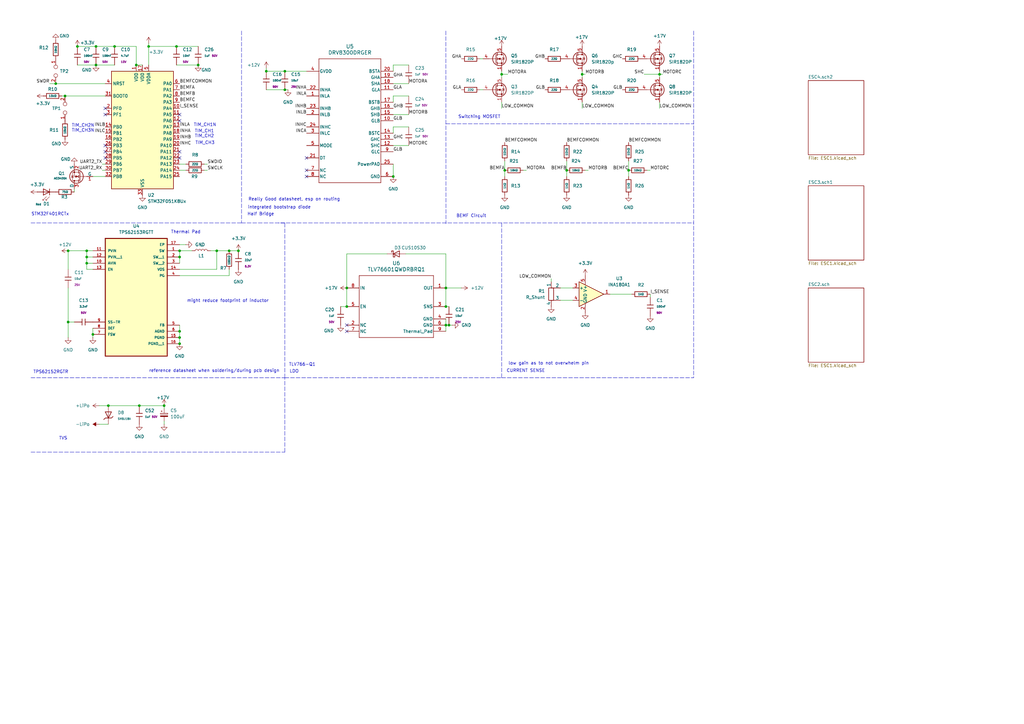
<source format=kicad_sch>
(kicad_sch (version 20250114) (generator "eeschema") (generator_version "9.0")
  (paper "A3")
  (text "Half Bridge" (at 106.934 87.884 0) (effects (font (size 1.27 1.27))))
  (text "TIM_CH3\n\n" (at 84.074 59.69 0) (effects (font (size 1.27 1.27))))
  (text "integrated bootstrap diode\n" (at 114.554 85.09 0) (effects (font (size 1.27 1.27))))
  (text "TIM_CH1N" (at 84.074 51.308 0) (effects (font (size 1.27 1.27))))
  (text "STM32F401RCTx" (at 20.574 87.884 0) (effects (font (size 1.27 1.27))))
  (text "CURRENT SENSE\n" (at 215.646 152.146 0) (effects (font (size 1.27 1.27))))
  (text "BEMF Circuit\n" (at 193.294 88.646 0) (effects (font (size 1.27 1.27))))
  (text "Switching MOSFET" (at 196.596 48.006 0) (effects (font (size 1.27 1.27))))
  (text "TVS\n\n" (at 25.908 180.848 0) (effects (font (size 1.27 1.27))))
  (text "TIM_CH2N\n\n\n" (at 34.036 53.594 0) (effects (font (size 1.27 1.27))))
  (text "Really Good datasheet, esp on routing\n" (at 120.65 81.788 0) (effects (font (size 1.27 1.27))))
  (text "TIM_CH3N\n\n\n" (at 34.036 55.626 0) (effects (font (size 1.27 1.27))))
  (text "might reduce footprint of inductor" (at 93.472 123.444 0) (effects (font (size 1.27 1.27))))
  (text "LDO\n" (at 120.65 152.4 0) (effects (font (size 1.27 1.27))))
  (text "TLV766-Q1\n\n" (at 123.952 150.622 0) (effects (font (size 1.27 1.27))))
  (text "reference datasheet when soldering/during pcb design\n" (at 87.884 152.146 0) (effects (font (size 1.27 1.27))))
  (text "low gain as to not overwhelm pin\n" (at 225.044 149.098 0) (effects (font (size 1.27 1.27))))
  (text "Thermal Pad\n" (at 76.2 95.25 0) (effects (font (size 1.27 1.27))))
  (text "TIM_CH2\n\n" (at 83.82 56.896 0) (effects (font (size 1.27 1.27))))
  (text "TIM_CH1\n" (at 83.82 53.848 0) (effects (font (size 1.27 1.27))))
  (text "TPS62152RGTR" (at 20.828 152.654 0) (effects (font (size 1.27 1.27))))
  (junction (at 73.66 102.87))
  (junction (at 93.98 102.87))
  (junction (at 116.84 36.83))
  (junction (at 55.88 26.67))
  (junction (at 161.29 72.39))
  (junction (at 81.28 26.67))
  (junction (at 67.31 166.37))
  (junction (at 73.66 135.89))
  (junction (at 35.56 105.41))
  (junction (at 182.88 125.73))
  (junction (at 182.88 133.35))
  (junction (at 22.86 34.29))
  (junction (at 39.37 26.67))
  (junction (at 232.41 69.85))
  (junction (at 109.22 29.21))
  (junction (at 270.51 30.48))
  (junction (at 142.24 125.73))
  (junction (at 116.84 29.21))
  (junction (at 142.24 118.11))
  (junction (at 72.39 19.05))
  (junction (at 60.96 19.05))
  (junction (at 39.37 19.05))
  (junction (at 88.9 102.87))
  (junction (at 35.56 102.87))
  (junction (at 31.75 19.05))
  (junction (at 73.66 105.41))
  (junction (at 207.01 69.85))
  (junction (at 27.94 132.08))
  (junction (at 97.79 102.87))
  (junction (at 35.56 107.95))
  (junction (at 26.67 39.37))
  (junction (at 27.94 102.87))
  (junction (at 46.99 19.05))
  (junction (at 44.45 166.37))
  (junction (at 73.66 140.97))
  (junction (at 38.1 137.16))
  (junction (at 57.15 166.37))
  (junction (at 238.76 30.48))
  (junction (at 257.81 69.85))
  (junction (at 205.74 30.48))
  (junction (at 182.88 118.11))
  (junction (at 184.15 133.35))
  (junction (at 73.66 138.43))
  (no_connect (at 73.66 62.23))
  (no_connect (at 43.18 64.77))
  (no_connect (at 142.24 133.35))
  (no_connect (at 43.18 62.23))
  (no_connect (at 43.18 59.69))
  (no_connect (at 73.66 49.53))
  (no_connect (at 125.73 64.77))
  (no_connect (at 125.73 69.85))
  (no_connect (at 43.18 46.99))
  (no_connect (at 142.24 135.89))
  (no_connect (at 43.18 44.45))
  (no_connect (at 73.66 64.77))
  (no_connect (at 73.66 46.99))
  (no_connect (at 125.73 72.39))
  (wire (pts (xy 257.81 66.04) (xy 257.81 69.85)))
  (wire (pts (xy 116.84 29.21) (xy 125.73 29.21)))
  (wire (pts (xy 270.51 30.48) (xy 270.51 31.75)))
  (wire (pts (xy 76.2 69.85) (xy 73.66 69.85)))
  (wire (pts (xy 161.29 29.21) (xy 161.29 26.67)))
  (wire (pts (xy 57.15 166.37) (xy 67.31 166.37)))
  (wire (pts (xy 55.88 26.67) (xy 58.42 26.67)))
  (wire (pts (xy 38.1 138.43) (xy 38.1 137.16)))
  (wire (pts (xy 182.88 125.73) (xy 184.15 125.73)))
  (wire (pts (xy 38.1 110.49) (xy 35.56 110.49)))
  (wire (pts (xy 232.41 66.04) (xy 232.41 69.85)))
  (polyline (pts (xy 116.84 154.94) (xy 205.74 154.94)) (stroke (width 0) (type dash)))
  (wire (pts (xy 27.94 132.08) (xy 27.94 138.43)))
  (wire (pts (xy 271.78 30.48) (xy 270.51 30.48)))
  (wire (pts (xy 86.36 102.87) (xy 88.9 102.87)))
  (wire (pts (xy 226.06 114.3) (xy 226.06 115.57)))
  (wire (pts (xy 97.79 102.87) (xy 93.98 102.87)))
  (wire (pts (xy 83.82 69.85) (xy 85.09 69.85)))
  (wire (pts (xy 27.94 118.11) (xy 27.94 132.08)))
  (wire (pts (xy 182.88 104.14) (xy 182.88 118.11)))
  (wire (pts (xy 207.01 66.04) (xy 207.01 69.85)))
  (wire (pts (xy 31.75 26.67) (xy 39.37 26.67)))
  (polyline (pts (xy 12.7 185.42) (xy 116.84 185.42)) (stroke (width 0) (type dash)))
  (wire (pts (xy 30.48 77.47) (xy 30.48 78.74)))
  (polyline (pts (xy 116.84 154.94) (xy 116.84 91.44)) (stroke (width 0) (type dash)))
  (wire (pts (xy 229.87 123.19) (xy 234.95 123.19)))
  (wire (pts (xy 30.48 132.08) (xy 27.94 132.08)))
  (wire (pts (xy 67.31 167.64) (xy 67.31 166.37)))
  (wire (pts (xy 189.23 118.11) (xy 182.88 118.11)))
  (wire (pts (xy 27.94 102.87) (xy 27.94 110.49)))
  (wire (pts (xy 264.16 30.48) (xy 270.51 30.48)))
  (polyline (pts (xy 12.7 154.94) (xy 116.84 154.94)) (stroke (width 0) (type dash)))
  (wire (pts (xy 161.29 67.31) (xy 161.29 72.39)))
  (wire (pts (xy 55.88 26.67) (xy 55.88 19.05)))
  (polyline (pts (xy 99.06 91.44) (xy 284.48 91.44)) (stroke (width 0) (type dash)))
  (wire (pts (xy 93.98 113.03) (xy 93.98 110.49)))
  (wire (pts (xy 38.1 107.95) (xy 35.56 107.95)))
  (wire (pts (xy 27.94 102.87) (xy 35.56 102.87)))
  (wire (pts (xy 196.85 36.83) (xy 198.12 36.83)))
  (wire (pts (xy 109.22 27.94) (xy 109.22 29.21)))
  (wire (pts (xy 265.43 69.85) (xy 266.7 69.85)))
  (wire (pts (xy 270.51 29.21) (xy 270.51 30.48)))
  (wire (pts (xy 240.03 30.48) (xy 238.76 30.48)))
  (wire (pts (xy 257.81 69.85) (xy 257.81 72.39)))
  (wire (pts (xy 38.1 134.62) (xy 38.1 137.16)))
  (wire (pts (xy 182.88 130.81) (xy 182.88 133.35)))
  (polyline (pts (xy 284.48 12.7) (xy 284.48 154.94)) (stroke (width 0) (type dash)))
  (polyline (pts (xy 12.7 91.44) (xy 99.06 91.44)) (stroke (width 0) (type dash)))
  (wire (pts (xy 22.86 34.29) (xy 43.18 34.29)))
  (wire (pts (xy 205.74 30.48) (xy 205.74 31.75)))
  (wire (pts (xy 205.74 44.45) (xy 205.74 41.91)))
  (wire (pts (xy 39.37 26.67) (xy 46.99 26.67)))
  (wire (pts (xy 76.2 100.33) (xy 73.66 100.33)))
  (wire (pts (xy 88.9 110.49) (xy 88.9 102.87)))
  (wire (pts (xy 83.82 67.31) (xy 85.09 67.31)))
  (wire (pts (xy 161.29 46.99) (xy 167.64 46.99)))
  (wire (pts (xy 207.01 69.85) (xy 207.01 72.39)))
  (wire (pts (xy 35.56 102.87) (xy 38.1 102.87)))
  (wire (pts (xy 214.63 69.85) (xy 215.9 69.85)))
  (wire (pts (xy 60.96 17.78) (xy 60.96 19.05)))
  (wire (pts (xy 182.88 118.11) (xy 182.88 125.73)))
  (polyline (pts (xy 182.88 50.8) (xy 284.48 50.8)) (stroke (width 0) (type dash)))
  (wire (pts (xy 31.75 19.05) (xy 39.37 19.05)))
  (wire (pts (xy 182.88 133.35) (xy 182.88 135.89)))
  (wire (pts (xy 184.15 133.35) (xy 182.88 133.35)))
  (wire (pts (xy 232.41 69.85) (xy 232.41 72.39)))
  (wire (pts (xy 20.32 34.29) (xy 22.86 34.29)))
  (wire (pts (xy 158.75 104.14) (xy 142.24 104.14)))
  (wire (pts (xy 35.56 105.41) (xy 35.56 102.87)))
  (wire (pts (xy 205.74 29.21) (xy 205.74 30.48)))
  (wire (pts (xy 57.15 166.37) (xy 44.45 166.37)))
  (wire (pts (xy 116.84 36.83) (xy 118.11 36.83)))
  (wire (pts (xy 60.96 19.05) (xy 72.39 19.05)))
  (wire (pts (xy 167.64 52.07) (xy 161.29 52.07)))
  (wire (pts (xy 67.31 173.99) (xy 67.31 172.72)))
  (wire (pts (xy 60.96 19.05) (xy 60.96 26.67)))
  (wire (pts (xy 73.66 138.43) (xy 73.66 140.97)))
  (wire (pts (xy 41.91 69.85) (xy 43.18 69.85)))
  (wire (pts (xy 161.29 26.67) (xy 167.64 26.67)))
  (wire (pts (xy 88.9 102.87) (xy 93.98 102.87)))
  (wire (pts (xy 259.08 120.65) (xy 250.19 120.65)))
  (wire (pts (xy 38.1 105.41) (xy 35.56 105.41)))
  (wire (pts (xy 26.67 39.37) (xy 43.18 39.37)))
  (wire (pts (xy 73.66 102.87) (xy 78.74 102.87)))
  (wire (pts (xy 161.29 52.07) (xy 161.29 54.61)))
  (wire (pts (xy 109.22 29.21) (xy 116.84 29.21)))
  (wire (pts (xy 185.42 133.35) (xy 184.15 133.35)))
  (wire (pts (xy 240.03 69.85) (xy 241.3 69.85)))
  (wire (pts (xy 161.29 59.69) (xy 167.64 59.69)))
  (polyline (pts (xy 99.06 12.7) (xy 99.06 91.44)) (stroke (width 0) (type dash)))
  (wire (pts (xy 41.91 67.31) (xy 43.18 67.31)))
  (wire (pts (xy 39.37 19.05) (xy 46.99 19.05)))
  (wire (pts (xy 161.29 34.29) (xy 167.64 34.29)))
  (wire (pts (xy 73.66 105.41) (xy 73.66 102.87)))
  (polyline (pts (xy 182.88 12.7) (xy 182.9185 91.7568)) (stroke (width 0) (type dash)))
  (wire (pts (xy 73.66 135.89) (xy 73.66 138.43)))
  (polyline (pts (xy 116.84 91.44) (xy 114.3 91.44)) (stroke (width 0) (type dash)))
  (wire (pts (xy 73.66 110.49) (xy 88.9 110.49)))
  (wire (pts (xy 208.28 30.48) (xy 205.74 30.48)))
  (wire (pts (xy 266.7 121.92) (xy 266.7 120.65)))
  (wire (pts (xy 81.28 19.05) (xy 72.39 19.05)))
  (wire (pts (xy 25.4 39.37) (xy 26.67 39.37)))
  (polyline (pts (xy 205.74 154.94) (xy 284.48 154.94)) (stroke (width 0) (type dash)))
  (wire (pts (xy 35.56 110.49) (xy 35.56 107.95)))
  (wire (pts (xy 38.1 72.39) (xy 43.18 72.39)))
  (wire (pts (xy 238.76 44.45) (xy 238.76 41.91)))
  (wire (pts (xy 142.24 118.11) (xy 142.24 125.73)))
  (wire (pts (xy 167.64 39.37) (xy 161.29 39.37)))
  (wire (pts (xy 73.66 107.95) (xy 73.66 105.41)))
  (wire (pts (xy 229.87 118.11) (xy 234.95 118.11)))
  (wire (pts (xy 40.64 173.99) (xy 44.45 173.99)))
  (wire (pts (xy 35.56 107.95) (xy 35.56 105.41)))
  (wire (pts (xy 73.66 67.31) (xy 76.2 67.31)))
  (wire (pts (xy 109.22 36.83) (xy 116.84 36.83)))
  (polyline (pts (xy 205.74 91.44) (xy 205.74 154.94)) (stroke (width 0) (type dash)))
  (wire (pts (xy 55.88 19.05) (xy 46.99 19.05)))
  (wire (pts (xy 196.85 24.13) (xy 198.12 24.13)))
  (polyline (pts (xy 116.84 185.42) (xy 116.84 154.94)) (stroke (width 0) (type dash)))
  (wire (pts (xy 142.24 104.14) (xy 142.24 118.11)))
  (wire (pts (xy 40.64 166.37) (xy 44.45 166.37)))
  (wire (pts (xy 270.51 44.45) (xy 270.51 41.91)))
  (wire (pts (xy 93.98 113.03) (xy 73.66 113.03)))
  (wire (pts (xy 238.76 29.21) (xy 238.76 30.48)))
  (wire (pts (xy 166.37 104.14) (xy 182.88 104.14)))
  (wire (pts (xy 139.7 125.73) (xy 142.24 125.73)))
  (wire (pts (xy 238.76 30.48) (xy 238.76 31.75)))
  (wire (pts (xy 161.29 39.37) (xy 161.29 41.91)))
  (wire (pts (xy 72.39 26.67) (xy 81.28 26.67)))
  (wire (pts (xy 73.66 133.35) (xy 73.66 135.89)))
  (label "GHB" (at 223.52 24.13 180))
  (label "BEMFCOMMON" (at 257.81 58.42 0))
  (label "INHB" (at 73.66 57.15 0))
  (label "INLB" (at 125.73 46.99 180))
  (label "GHC" (at 161.29 57.15 0))
  (label "UART2_RX" (at 41.91 69.85 180))
  (label "MOTORB" (at 167.64 46.99 0))
  (label "MOTORC" (at 266.7 69.85 0))
  (label "INLB" (at 43.18 52.07 180))
  (label "BEMFCOMMON" (at 232.41 58.42 0))
  (label "GLB" (at 255.27 36.83 180))
  (label "UART2_TX" (at 41.91 67.31 180))
  (label "GHB" (at 161.29 44.45 0))
  (label "INLC" (at 43.18 54.61 180))
  (label "INLA" (at 73.66 52.07 0))
  (label "BEMFC" (at 257.81 69.85 180))
  (label "LOW_COMMON" (at 226.06 114.3 180))
  (label "MOTORB" (at 240.03 30.48 0))
  (label "GLB" (at 161.29 62.23 0))
  (label "I_SENSE" (at 73.66 44.45 0))
  (label "INLA" (at 125.73 39.37 180))
  (label "BEMFA" (at 207.01 69.85 180))
  (label "GHC" (at 255.27 24.13 180))
  (label "MOTORC" (at 271.78 30.48 0))
  (label "BEMFB" (at 73.66 39.37 0))
  (label "INHA" (at 125.73 36.83 180))
  (label "LOW_COMMON" (at 238.76 44.45 0))
  (label "BEMFCOMMON" (at 207.01 58.42 0))
  (label "LOW_COMMON" (at 205.74 44.45 0))
  (label "INHB" (at 125.73 44.45 180))
  (label "MOTORA" (at 167.64 34.29 0))
  (label "INHC" (at 73.66 59.69 0))
  (label "INHA" (at 73.66 54.61 0))
  (label "I_SENSE" (at 266.7 120.65 0))
  (label "SWDR" (at 20.32 34.29 180))
  (label "BEMFCOMMON" (at 73.66 34.29 0))
  (label "LOW_COMMON" (at 270.51 44.45 0))
  (label "INHC" (at 125.73 52.07 180))
  (label "MOTORC" (at 167.64 59.69 0))
  (label "MOTORA" (at 215.9 69.85 0))
  (label "BEMFA" (at 73.66 36.83 0))
  (label "BEMFB" (at 232.41 69.85 180))
  (label "GLA" (at 189.23 36.83 180))
  (label "BEMFC" (at 73.66 41.91 0))
  (label "GHA" (at 189.23 24.13 180))
  (label "GLB" (at 161.29 49.53 0))
  (label "INCA" (at 125.73 54.61 180))
  (label "GHA" (at 161.29 31.75 0))
  (label "MOTORB" (at 241.3 69.85 0))
  (label "SWCLK" (at 85.09 69.85 0))
  (label "SWDIO" (at 85.09 67.31 0))
  (label "GLB" (at 223.52 36.83 180))
  (label "SHC" (at 264.16 30.48 180))
  (label "MOTORA" (at 208.28 30.48 0))
  (label "GLA" (at 161.29 36.83 0))
  (symbol (lib_id "PCM_JLCPCB-Resistors:0603,10kΩ") (at 232.41 62.23 0) (unit 1)
    (property "Reference" "R22" (at 234.95 62.2299 0) (effects (justify left)))
    (property "Value" "10kΩ" (at 232.41 62.23 90) (effects (font (size 0.8 0.8))))
    (property "Footprint" "PCM_JLCPCB:R_0603" (effects (hide yes)))
    (property "Datasheet" "https://www.lcsc.com/datasheet/lcsc_datasheet_2206010045_UNI-ROYAL-Uniroyal-Elec-0603WAF1002T5E_C25804.pdf" (effects (hide yes)))
    (property "Description" "100mW Thick Film Resistors 75V ±100ppm/°C ±1% 10kΩ 0603 Chip Resistor - Surface Mount ROHS" (effects (hide yes)))
    (property "LCSC" "C25804" (effects (hide yes)))
    (property "Stock" "30892410" (effects (hide yes)))
    (property "Price" "0.004USD" (effects (hide yes)))
    (property "Process" "SMT" (effects (hide yes)))
    (property "Minimum Qty" "20" (effects (hide yes)))
    (property "Attrition Qty" "10" (effects (hide yes)))
    (property "Class" "Basic Component" (effects (hide yes)))
    (property "Category" "Resistors,Chip Resistor - Surface Mount" (effects (hide yes)))
    (property "Manufacturer" "UNI-ROYAL(Uniroyal Elec)" (effects (hide yes)))
    (property "Part" "0603WAF1002T5E" (effects (hide yes)))
    (property "Resistance" "10kΩ" (effects (hide yes)))
    (property "Power(Watts)" "100mW" (effects (hide yes)))
    (property "Type" "Thick Film Resistors" (effects (hide yes)))
    (property "Overload Voltage (Max)" "75V" (effects (hide yes)))
    (property "Operating Temperature Range" "-55°C~+155°C" (effects (hide yes)))
    (property "Tolerance" "±1%" (effects (hide yes)))
    (property "Temperature Coefficient" "±100ppm/°C" (effects (hide yes)))
  )
  (symbol (lib_id "PCM_JLCPCB-Diodes:LED,0805,Red") (at 19.05 78.74 90) (unit 1)
    (property "Reference" "D1" (at 19.05 83.566 90))
    (property "Value" "Red" (at 15.748 83.82 90) (effects (font (size 0.8 0.8))))
    (property "Footprint" "PCM_JLCPCB:D_0805" (effects (hide yes)))
    (property "Datasheet" "https://www.lcsc.com/datasheet/lcsc_datasheet_2409272203_Foshan-NationStar-Optoelectronics-NCD0805R1_C84256.pdf" (effects (hide yes)))
    (property "Description" "25mA Colorless transparent lens 67mcd~195mcd -30°C~+85°C 615nm~630nm Individual diode Red 130° 65mW 1.6V~2.6V 0805 LED Indication - Discrete ROHS" (effects (hide yes)))
    (property "LCSC" "C84256" (effects (hide yes)))
    (property "Stock" "2613220" (effects (hide yes)))
    (property "Price" "0.016USD" (effects (hide yes)))
    (property "Process" "SMT" (effects (hide yes)))
    (property "Minimum Qty" "20" (effects (hide yes)))
    (property "Attrition Qty" "10" (effects (hide yes)))
    (property "Class" "Basic Component" (effects (hide yes)))
    (property "Category" "Optoelectronics,Light Emitting Diodes (LED)" (effects (hide yes)))
    (property "Manufacturer" "Foshan NationStar Optoelectronics" (effects (hide yes)))
    (property "Part" "NCD0805R1" (effects (hide yes)))
    (property "Operating Temperature" "-30°C~+85°C" (effects (hide yes)))
    (property "Viewing Angle" "130°" (effects (hide yes)))
    (property "Forward Current" "25mA" (effects (hide yes)))
    (property "Forward Voltage (VF)" "1.6V~2.6V" (effects (hide yes)))
    (property "Luminous Intensity" "67mcd~195mcd" (effects (hide yes)))
    (property "Dominant Wavelength" "615nm~630nm" (effects (hide yes)))
    (property "Power Dissipation" "65mW" (effects (hide yes)))
    (property "Emitted Color" "Red" (effects (hide yes)))
    (property "Diode Configuration" "Independent Diode" (effects (hide yes)))
    (property "Lens Color" "Colorless Transparent Lens" (effects (hide yes)))
  )
  (symbol (lib_id "power:+3.3V") (at 97.79 102.87 0) (unit 1)
    (property "Reference" "#PWR037" (effects (hide yes)))
    (property "Value" "+3.3V" (at 97.79 97.79 0))
    (property "Description" "Power symbol creates a global label with name \"+3.3V\"" (effects (hide yes)))
  )
  (symbol (lib_id "Transistor_FET:BSC13DN30NSFD") (at 236.22 36.83 0) (unit 1)
    (property "Reference" "Q4" (at 242.57 35.5599 0) (effects (justify left)))
    (property "Value" "SIR182DP" (at 242.57 38.0999 0) (effects (justify left)))
    (property "Footprint" "Package_TO_SOT_SMD:TDSON-8-1" (effects (hide yes)))
    (property "Description" "60V 50A 50W 11mΩ@10V,50A 4V@23uA 1 N-Channel TDSON-8-EP(5x6) MOSFETs ROHS" (effects (hide yes)))
    (property "LCSC" " C151507" (effects (hide yes)))
  )
  (symbol (lib_id "power:GND") (at 139.7 133.35 0) (unit 1)
    (property "Reference" "#PWR020" (effects (hide yes)))
    (property "Value" "GND" (at 134.874 135.636 0))
    (property "Description" "Power symbol creates a global label with name \"GND\" , ground" (effects (hide yes)))
  )
  (symbol (lib_id "PCM_JLCPCB-Resistors:0402,10kΩ") (at 22.86 20.32 0) (mirror y) (unit 1)
    (property "Reference" "R12" (at 16.002 19.558 0) (effects (justify right)))
    (property "Value" "10kΩ" (at 22.86 20.32 90) (effects (font (size 0.8 0.8))))
    (property "Footprint" "PCM_JLCPCB:R_0402" (effects (hide yes)))
    (property "Datasheet" "https://www.lcsc.com/datasheet/lcsc_datasheet_2411221126_UNI-ROYAL-Uniroyal-Elec-0402WGF1002TCE_C25744.pdf" (effects (hide yes)))
    (property "Description" "62.5mW Thick Film Resistors 50V ±100ppm/°C ±1% 10kΩ 0402 Chip Resistor - Surface Mount ROHS" (effects (hide yes)))
    (property "LCSC" "C25744" (effects (hide yes)))
    (property "Stock" "15645317" (effects (hide yes)))
    (property "Price" "0.004USD" (effects (hide yes)))
    (property "Process" "SMT" (effects (hide yes)))
    (property "Minimum Qty" "20" (effects (hide yes)))
    (property "Attrition Qty" "10" (effects (hide yes)))
    (property "Class" "Basic Component" (effects (hide yes)))
    (property "Category" "Resistors,Chip Resistor - Surface Mount" (effects (hide yes)))
    (property "Manufacturer" "UNI-ROYAL(Uniroyal Elec)" (effects (hide yes)))
    (property "Part" "0402WGF1002TCE" (effects (hide yes)))
    (property "Resistance" "10kΩ" (effects (hide yes)))
    (property "Power(Watts)" "62.5mW" (effects (hide yes)))
    (property "Type" "Thick Film Resistors" (effects (hide yes)))
    (property "Overload Voltage (Max)" "50V" (effects (hide yes)))
    (property "Operating Temperature Range" "-55°C~+155°C" (effects (hide yes)))
    (property "Tolerance" "±1%" (effects (hide yes)))
    (property "Temperature Coefficient" "±100ppm/°C" (effects (hide yes)))
  )
  (symbol (lib_id "Transistor_FET:BSC13DN30NSFD") (at 267.97 36.83 0) (unit 1)
    (property "Reference" "Q8" (at 274.32 35.5599 0) (effects (justify left)))
    (property "Value" "SIR182DP" (at 274.32 38.0999 0) (effects (justify left)))
    (property "Footprint" "Package_TO_SOT_SMD:TDSON-8-1" (effects (hide yes)))
    (property "Description" "60V 50A 50W 11mΩ@10V,50A 4V@23uA 1 N-Channel TDSON-8-EP(5x6) MOSFETs ROHS" (effects (hide yes)))
    (property "LCSC" " C151507" (effects (hide yes)))
  )
  (symbol (lib_id "Transistor_FET:BSC13DN30NSFD") (at 236.22 24.13 0) (unit 1)
    (property "Reference" "Q6" (at 242.57 22.8599 0) (effects (justify left)))
    (property "Value" "SIR182Dp" (at 242.57 25.3999 0) (effects (justify left)))
    (property "Footprint" "Package_TO_SOT_SMD:TDSON-8-1" (effects (hide yes)))
    (property "Description" "60V 50A 50W 11mΩ@10V,50A 4V@23uA 1 N-Channel TDSON-8-EP(5x6) MOSFETs ROHS" (effects (hide yes)))
    (property "LCSC" " C151507" (effects (hide yes)))
  )
  (symbol (lib_id "power:+3.3V") (at 270.51 19.05 0) (unit 1)
    (property "Reference" "#PWR042" (effects (hide yes)))
    (property "Value" "+17V" (at 270.51 14.732 0))
    (property "Description" "Power symbol creates a global label with name \"+3.3V\"" (effects (hide yes)))
  )
  (symbol (lib_id "power:GND") (at 73.66 140.97 0) (unit 1)
    (property "Reference" "#PWR036" (effects (hide yes)))
    (property "Value" "GND" (at 73.66 146.05 0))
    (property "Description" "Power symbol creates a global label with name \"GND\" , ground" (effects (hide yes)))
  )
  (symbol (lib_id "PCM_JLCPCB-Capacitors:0603,22uF") (at 97.79 106.68 0) (unit 1)
    (property "Reference" "C8" (at 100.33 104.1399 0) (effects (justify left)))
    (property "Value" "22uF" (at 100.33 106.68 0) (effects (font (size 0.8 0.8)) (justify left)))
    (property "Footprint" "PCM_JLCPCB:C_0603" (effects (hide yes)))
    (property "Datasheet" "https://www.lcsc.com/datasheet/lcsc_datasheet_2304140030_Samsung-Electro-Mechanics-CL10A226MQ8NRNC_C59461.pdf" (effects (hide yes)))
    (property "Description" "6.3V 22uF X5R ±20% 0603 Multilayer Ceramic Capacitors MLCC - SMD/SMT ROHS" (effects (hide yes)))
    (property "LCSC" "C59461" (effects (hide yes)))
    (property "Stock" "7631798" (effects (hide yes)))
    (property "Price" "0.010USD" (effects (hide yes)))
    (property "Process" "SMT" (effects (hide yes)))
    (property "Minimum Qty" "20" (effects (hide yes)))
    (property "Attrition Qty" "10" (effects (hide yes)))
    (property "Class" "Basic Component" (effects (hide yes)))
    (property "Category" "Capacitors,Multilayer Ceramic Capacitors MLCC - SMD/SMT" (effects (hide yes)))
    (property "Manufacturer" "Samsung Electro-Mechanics" (effects (hide yes)))
    (property "Part" "CL10A226MQ8NRNC" (effects (hide yes)))
    (property "Voltage Rated" "6.3V" (at 100.33 109.22 0) (effects (font (size 0.8 0.8)) (justify left)))
    (property "Tolerance" "±20%" (effects (hide yes)))
    (property "Capacitance" "22uF" (effects (hide yes)))
    (property "Temperature Coefficient" "X5R" (effects (hide yes)))
  )
  (symbol (lib_id "PCM_JLCPCB-Transistors:NMOS,AO3400A") (at 33.02 72.39 180) (unit 1)
    (property "Reference" "Q1" (at 26.67 71.1199 0) (effects (justify left)))
    (property "Value" "AO3400A" (at 27.432 73.152 0) (effects (font (size 0.8 0.8)) (justify left)))
    (property "Footprint" "PCM_JLCPCB:Q_SOT-23" (effects (hide yes)))
    (property "Datasheet" "https://www.lcsc.com/datasheet/lcsc_datasheet_1811081213_Alpha---Omega-Semicon-AO3400A_C20917.pdf" (effects (hide yes)))
    (property "Description" "30V 5.7A 26.5mΩ@10V,5.7A 1.4W 1.5V@250uA 1 N-Channel SOT-23-3L MOSFETs ROHS" (effects (hide yes)))
    (property "LCSC" "C20917" (effects (hide yes)))
    (property "Stock" "483849" (effects (hide yes)))
    (property "Price" "0.075USD" (effects (hide yes)))
    (property "Process" "SMT" (effects (hide yes)))
    (property "Minimum Qty" "5" (effects (hide yes)))
    (property "Attrition Qty" "4" (effects (hide yes)))
    (property "Class" "Basic Component" (effects (hide yes)))
    (property "Category" "Transistors,MOSFETs" (effects (hide yes)))
    (property "Manufacturer" "Alpha & Omega Semicon" (effects (hide yes)))
    (property "Part" "AO3400A" (effects (hide yes)))
    (property "Continuous Drain Current (Id)" "5.7A" (effects (hide yes)))
    (property "Input Capacitance (Ciss@Vds)" "630pF@15V" (effects (hide yes)))
    (property "Operating Temperature" "-55°C~+150°C@(Tj)" (effects (hide yes)))
    (property "Type" "1 N-channel" (effects (hide yes)))
    (property "Drain Source Voltage (Vdss)" "30V" (effects (hide yes)))
    (property "Power Dissipation (Pd)" "1.4W" (effects (hide yes)))
    (property "Gate Threshold Voltage (Vgs(th)@Id)" "1.5V@250uA" (effects (hide yes)))
    (property "Drain Source On Resistance (RDS(on)@Vgs,Id)" "26.5mΩ@10V,5.7A" (effects (hide yes)))
    (property "Total Gate Charge (Qg@Vgs)" "7nC@4.5V" (effects (hide yes)))
  )
  (symbol (lib_id "power:GND") (at 67.31 173.99 0) (unit 1)
    (property "Reference" "#PWR0110" (effects (hide yes)))
    (property "Value" "GND" (at 67.31 179.07 0))
    (property "Description" "Power symbol creates a global label with name \"GND\" , ground" (effects (hide yes)))
  )
  (symbol (lib_id "power:+3.3V") (at 31.75 19.05 0) (unit 1)
    (property "Reference" "#PWR09" (effects (hide yes)))
    (property "Value" "+3.3V" (at 35.814 17.526 0))
    (property "Description" "Power symbol creates a global label with name \"+3.3V\"" (effects (hide yes)))
  )
  (symbol (lib_id "power:GND") (at 22.86 16.51 180) (unit 1)
    (property "Reference" "#PWR022" (effects (hide yes)))
    (property "Value" "GND" (at 26.416 14.732 0))
    (property "Description" "Power symbol creates a global label with name \"GND\" , ground" (effects (hide yes)))
  )
  (symbol (lib_name "0402,100nF,(2)_2") (lib_id "PCM_JLCPCB-Capacitors:0402,100nF,(2)") (at 109.22 33.02 0) (unit 1)
    (property "Reference" "C16" (at 111.76 30.4799 0) (effects (justify left)))
    (property "Value" "100nF" (at 111.76 33.02 0) (effects (font (size 0.8 0.8)) (justify left)))
    (property "Footprint" "PCM_JLCPCB:C_0402" (effects (hide yes)))
    (property "Datasheet" "https://www.lcsc.com/datasheet/lcsc_datasheet_2304140030_Samsung-Electro-Mechanics-CL05B104KB54PNC_C307331.pdf" (effects (hide yes)))
    (property "Description" "50V 100nF X7R ±10% 0402 Multilayer Ceramic Capacitors MLCC - SMD/SMT ROHS" (effects (hide yes)))
    (property "LCSC" "C307331" (effects (hide yes)))
    (property "Stock" "6934327" (effects (hide yes)))
    (property "Price" "0.008USD" (effects (hide yes)))
    (property "Process" "SMT" (effects (hide yes)))
    (property "Minimum Qty" "20" (effects (hide yes)))
    (property "Attrition Qty" "10" (effects (hide yes)))
    (property "Class" "Basic Component" (effects (hide yes)))
    (property "Category" "Capacitors,Multilayer Ceramic Capacitors MLCC - SMD/SMT" (effects (hide yes)))
    (property "Manufacturer" "Samsung Electro-Mechanics" (effects (hide yes)))
    (property "Part" "CL05B104KB54PNC" (effects (hide yes)))
    (property "Voltage Rated" "50V" (at 111.76 35.56 0) (effects (font (size 0.8 0.8)) (justify left)))
    (property "Tolerance" "±10%" (effects (hide yes)))
    (property "Capacitance" "100nF" (effects (hide yes)))
    (property "Temperature Coefficient" "X7R" (effects (hide yes)))
  )
  (symbol (lib_id "power:GND") (at 26.67 57.15 0) (unit 1)
    (property "Reference" "#PWR014" (effects (hide yes)))
    (property "Value" "GND" (at 23.114 58.928 0))
    (property "Description" "Power symbol creates a global label with name \"GND\" , ground" (effects (hide yes)))
  )
  (symbol (lib_id "power:+3.3V") (at 60.96 17.78 0) (unit 1)
    (property "Reference" "#PWR015" (effects (hide yes)))
    (property "Value" "+3.3V" (at 64.008 21.336 0))
    (property "Description" "Power symbol creates a global label with name \"+3.3V\"" (effects (hide yes)))
  )
  (symbol (lib_id "power:+3.3V") (at 142.24 118.11 90) (unit 1)
    (property "Reference" "#PWR038" (effects (hide yes)))
    (property "Value" "+17V" (at 138.43 118.1099 90) (effects (justify left)))
    (property "Description" "Power symbol creates a global label with name \"+3.3V\"" (effects (hide yes)))
  )
  (symbol (lib_id "PCM_JLCPCB-Resistors:0402,100kΩ") (at 93.98 106.68 180) (unit 1)
    (property "Reference" "R7" (at 92.964 109.982 0) (effects (justify left)))
    (property "Value" "100kΩ" (at 93.98 106.68 90) (effects (font (size 0.8 0.8))))
    (property "Footprint" "PCM_JLCPCB:R_0402" (effects (hide yes)))
    (property "Datasheet" "https://www.lcsc.com/datasheet/lcsc_datasheet_2206010100_UNI-ROYAL-Uniroyal-Elec-0402WGF1003TCE_C25741.pdf" (effects (hide yes)))
    (property "Description" "62.5mW Thick Film Resistors 50V ±100ppm/°C ±1% 100kΩ 0402 Chip Resistor - Surface Mount ROHS" (effects (hide yes)))
    (property "LCSC" "C25741" (effects (hide yes)))
    (property "Stock" "4131148" (effects (hide yes)))
    (property "Price" "0.004USD" (effects (hide yes)))
    (property "Process" "SMT" (effects (hide yes)))
    (property "Minimum Qty" "20" (effects (hide yes)))
    (property "Attrition Qty" "10" (effects (hide yes)))
    (property "Class" "Basic Component" (effects (hide yes)))
    (property "Category" "Resistors,Chip Resistor - Surface Mount" (effects (hide yes)))
    (property "Manufacturer" "UNI-ROYAL(Uniroyal Elec)" (effects (hide yes)))
    (property "Part" "0402WGF1003TCE" (effects (hide yes)))
    (property "Resistance" "100kΩ" (effects (hide yes)))
    (property "Power(Watts)" "62.5mW" (effects (hide yes)))
    (property "Type" "Thick Film Resistors" (effects (hide yes)))
    (property "Overload Voltage (Max)" "50V" (effects (hide yes)))
    (property "Operating Temperature Range" "-55°C~+155°C" (effects (hide yes)))
    (property "Tolerance" "±1%" (effects (hide yes)))
    (property "Temperature Coefficient" "±100ppm/°C" (effects (hide yes)))
  )
  (symbol (lib_id "power:+3.3V") (at 15.24 78.74 90) (unit 1)
    (property "Reference" "#PWR023" (effects (hide yes)))
    (property "Value" "+3.3V" (at 15.24 75.692 90))
    (property "Description" "Power symbol creates a global label with name \"+3.3V\"" (effects (hide yes)))
  )
  (symbol (lib_id "PCM_JLCPCB-Resistors:0603,1kΩ") (at 262.89 120.65 90) (unit 1)
    (property "Reference" "R2" (at 262.89 116.84 90))
    (property "Value" "1kΩ" (at 262.89 120.65 90) (effects (font (size 0.8 0.8))))
    (property "Footprint" "PCM_JLCPCB:R_0603" (effects (hide yes)))
    (property "Datasheet" "https://www.lcsc.com/datasheet/lcsc_datasheet_2206010130_UNI-ROYAL-Uniroyal-Elec-0603WAF1001T5E_C21190.pdf" (effects (hide yes)))
    (property "Description" "100mW Thick Film Resistors 75V ±100ppm/°C ±1% 1kΩ 0603 Chip Resistor - Surface Mount ROHS" (effects (hide yes)))
    (property "LCSC" "C21190" (effects (hide yes)))
    (property "Stock" "23435537" (effects (hide yes)))
    (property "Price" "0.004USD" (effects (hide yes)))
    (property "Process" "SMT" (effects (hide yes)))
    (property "Minimum Qty" "20" (effects (hide yes)))
    (property "Attrition Qty" "10" (effects (hide yes)))
    (property "Class" "Basic Component" (effects (hide yes)))
    (property "Category" "Resistors,Chip Resistor - Surface Mount" (effects (hide yes)))
    (property "Manufacturer" "UNI-ROYAL(Uniroyal Elec)" (effects (hide yes)))
    (property "Part" "0603WAF1001T5E" (effects (hide yes)))
    (property "Resistance" "1kΩ" (effects (hide yes)))
    (property "Power(Watts)" "100mW" (effects (hide yes)))
    (property "Type" "Thick Film Resistors" (effects (hide yes)))
    (property "Overload Voltage (Max)" "75V" (effects (hide yes)))
    (property "Operating Temperature Range" "-55°C~+155°C" (effects (hide yes)))
    (property "Tolerance" "±1%" (effects (hide yes)))
    (property "Temperature Coefficient" "±100ppm/°C" (effects (hide yes)))
  )
  (symbol (lib_id "2025-07-10_00-49-41:DRV8300DRGER") (at 125.73 29.21 0) (unit 1)
    (property "Reference" "U5" (at 143.51 19.05 0) (effects (font (size 1.524 1.524))))
    (property "Value" "DRV8300DRGER" (at 143.51 21.59 0) (effects (font (size 1.524 1.524))))
    (property "Footprint" "RGE0024B-IPC_A" (effects (hide yes)))
    (property "Datasheet" "https://www.ti.com/lit/gpn/drv8300" (effects (hide yes)))
  )
  (symbol (lib_id "power:GND") (at 97.79 110.49 0) (unit 1)
    (property "Reference" "#PWR021" (effects (hide yes)))
    (property "Value" "GND" (at 97.79 115.57 0))
    (property "Description" "Power symbol creates a global label with name \"GND\" , ground" (effects (hide yes)))
  )
  (symbol (lib_id "Device:D_Schottky") (at 162.56 104.14 0) (unit 1)
    (property "Reference" "D3" (at 163.068 101.6 0))
    (property "Value" "CUS10S30" (at 169.672 101.6 0))
    (property "Description" "Schottky diode" (effects (hide yes)))
    (property "LCSC" "C146335" (effects (hide yes)))
  )
  (symbol (lib_id "Connector:TestPoint_2Pole") (at 26.67 44.45 90) (unit 1)
    (property "Reference" "TP1" (at 21.336 44.45 90) (effects (justify right)))
    (property "Value" "TestPoint_2Pole" (effects (hide yes)))
    (property "Description" "2-polar test point" (effects (hide yes)))
  )
  (symbol (lib_id "PCM_JLCPCB-Resistors:0603,10kΩ") (at 257.81 62.23 0) (unit 1)
    (property "Reference" "R25" (at 260.35 62.2299 0) (effects (justify left)))
    (property "Value" "10kΩ" (at 257.81 62.23 90) (effects (font (size 0.8 0.8))))
    (property "Footprint" "PCM_JLCPCB:R_0603" (effects (hide yes)))
    (property "Datasheet" "https://www.lcsc.com/datasheet/lcsc_datasheet_2206010045_UNI-ROYAL-Uniroyal-Elec-0603WAF1002T5E_C25804.pdf" (effects (hide yes)))
    (property "Description" "100mW Thick Film Resistors 75V ±100ppm/°C ±1% 10kΩ 0603 Chip Resistor - Surface Mount ROHS" (effects (hide yes)))
    (property "LCSC" "C25804" (effects (hide yes)))
    (property "Stock" "30892410" (effects (hide yes)))
    (property "Price" "0.004USD" (effects (hide yes)))
    (property "Process" "SMT" (effects (hide yes)))
    (property "Minimum Qty" "20" (effects (hide yes)))
    (property "Attrition Qty" "10" (effects (hide yes)))
    (property "Class" "Basic Component" (effects (hide yes)))
    (property "Category" "Resistors,Chip Resistor - Surface Mount" (effects (hide yes)))
    (property "Manufacturer" "UNI-ROYAL(Uniroyal Elec)" (effects (hide yes)))
    (property "Part" "0603WAF1002T5E" (effects (hide yes)))
    (property "Resistance" "10kΩ" (effects (hide yes)))
    (property "Power(Watts)" "100mW" (effects (hide yes)))
    (property "Type" "Thick Film Resistors" (effects (hide yes)))
    (property "Overload Voltage (Max)" "75V" (effects (hide yes)))
    (property "Operating Temperature Range" "-55°C~+155°C" (effects (hide yes)))
    (property "Tolerance" "±1%" (effects (hide yes)))
    (property "Temperature Coefficient" "±100ppm/°C" (effects (hide yes)))
  )
  (symbol (lib_id "power:+3.3V") (at 17.78 39.37 90) (unit 1)
    (property "Reference" "#PWR010" (effects (hide yes)))
    (property "Value" "+3.3V" (at 20.574 42.418 90) (effects (justify left)))
    (property "Description" "Power symbol creates a global label with name \"+3.3V\"" (effects (hide yes)))
  )
  (symbol (lib_id "PCM_JLCPCB-Resistors:0402,22Ω") (at 227.33 24.13 90) (unit 1)
    (property "Reference" "R17" (at 227.33 20.32 90))
    (property "Value" "22Ω" (at 227.33 24.13 90) (effects (font (size 0.8 0.8))))
    (property "Footprint" "PCM_JLCPCB:R_0402" (effects (hide yes)))
    (property "Datasheet" "https://www.lcsc.com/datasheet/lcsc_datasheet_2205311900_UNI-ROYAL-Uniroyal-Elec-0402WGF220JTCE_C25092.pdf" (effects (hide yes)))
    (property "Description" "62.5mW Thick Film Resistors 50V ±1% ±100ppm/°C 22Ω 0402 Chip Resistor - Surface Mount ROHS" (effects (hide yes)))
    (property "LCSC" "C25092" (effects (hide yes)))
    (property "Stock" "3325167" (effects (hide yes)))
    (property "Price" "0.004USD" (effects (hide yes)))
    (property "Process" "SMT" (effects (hide yes)))
    (property "Minimum Qty" "20" (effects (hide yes)))
    (property "Attrition Qty" "10" (effects (hide yes)))
    (property "Class" "Basic Component" (effects (hide yes)))
    (property "Category" "Resistors,Chip Resistor - Surface Mount" (effects (hide yes)))
    (property "Manufacturer" "UNI-ROYAL(Uniroyal Elec)" (effects (hide yes)))
    (property "Part" "0402WGF220JTCE" (effects (hide yes)))
    (property "Resistance" "22Ω" (effects (hide yes)))
    (property "Power(Watts)" "62.5mW" (effects (hide yes)))
    (property "Type" "Thick Film Resistors" (effects (hide yes)))
    (property "Overload Voltage (Max)" "50V" (effects (hide yes)))
    (property "Operating Temperature Range" "-55°C~+155°C" (effects (hide yes)))
    (property "Tolerance" "±1%" (effects (hide yes)))
    (property "Temperature Coefficient" "±100ppm/°C" (effects (hide yes)))
  )
  (symbol (lib_id "PCM_JLCPCB-Resistors:0603,1kΩ") (at 257.81 76.2 0) (unit 1)
    (property "Reference" "R26" (at 260.35 76.1999 0) (effects (justify left)))
    (property "Value" "1kΩ" (at 257.81 76.2 90) (effects (font (size 0.8 0.8))))
    (property "Footprint" "PCM_JLCPCB:R_0603" (effects (hide yes)))
    (property "Datasheet" "https://www.lcsc.com/datasheet/lcsc_datasheet_2206010130_UNI-ROYAL-Uniroyal-Elec-0603WAF1001T5E_C21190.pdf" (effects (hide yes)))
    (property "Description" "100mW Thick Film Resistors 75V ±100ppm/°C ±1% 1kΩ 0603 Chip Resistor - Surface Mount ROHS" (effects (hide yes)))
    (property "LCSC" "C21190" (effects (hide yes)))
    (property "Stock" "23435537" (effects (hide yes)))
    (property "Price" "0.004USD" (effects (hide yes)))
    (property "Process" "SMT" (effects (hide yes)))
    (property "Minimum Qty" "20" (effects (hide yes)))
    (property "Attrition Qty" "10" (effects (hide yes)))
    (property "Class" "Basic Component" (effects (hide yes)))
    (property "Category" "Resistors,Chip Resistor - Surface Mount" (effects (hide yes)))
    (property "Manufacturer" "UNI-ROYAL(Uniroyal Elec)" (effects (hide yes)))
    (property "Part" "0603WAF1001T5E" (effects (hide yes)))
    (property "Resistance" "1kΩ" (effects (hide yes)))
    (property "Power(Watts)" "100mW" (effects (hide yes)))
    (property "Type" "Thick Film Resistors" (effects (hide yes)))
    (property "Overload Voltage (Max)" "75V" (effects (hide yes)))
    (property "Operating Temperature Range" "-55°C~+155°C" (effects (hide yes)))
    (property "Tolerance" "±1%" (effects (hide yes)))
    (property "Temperature Coefficient" "±100ppm/°C" (effects (hide yes)))
  )
  (symbol (lib_id "PCM_JLCPCB-Resistors:0603,75Ω") (at 26.67 78.74 270) (unit 1)
    (property "Reference" "R3" (at 26.416 80.772 90))
    (property "Value" "75Ω" (at 26.67 78.74 90) (effects (font (size 0.8 0.8))))
    (property "Footprint" "PCM_JLCPCB:R_0603" (effects (hide yes)))
    (property "Datasheet" "https://www.lcsc.com/datasheet/lcsc_datasheet_2206010216_UNI-ROYAL-Uniroyal-Elec-0603WAF750JT5E_C4275.pdf" (effects (hide yes)))
    (property "Description" "100mW Thick Film Resistors 75V ±1% ±200ppm/°C 75Ω 0603 Chip Resistor - Surface Mount ROHS" (effects (hide yes)))
    (property "LCSC" "C4275" (effects (hide yes)))
    (property "Stock" "689143" (effects (hide yes)))
    (property "Price" "0.004USD" (effects (hide yes)))
    (property "Process" "SMT" (effects (hide yes)))
    (property "Minimum Qty" "20" (effects (hide yes)))
    (property "Attrition Qty" "10" (effects (hide yes)))
    (property "Class" "Basic Component" (effects (hide yes)))
    (property "Category" "Resistors,Chip Resistor - Surface Mount" (effects (hide yes)))
    (property "Manufacturer" "UNI-ROYAL(Uniroyal Elec)" (effects (hide yes)))
    (property "Part" "0603WAF750JT5E" (effects (hide yes)))
    (property "Resistance" "75Ω" (effects (hide yes)))
    (property "Power(Watts)" "100mW" (effects (hide yes)))
    (property "Type" "Thick Film Resistors" (effects (hide yes)))
    (property "Overload Voltage (Max)" "75V" (effects (hide yes)))
    (property "Operating Temperature Range" "-55°C~+155°C" (effects (hide yes)))
    (property "Tolerance" "±1%" (effects (hide yes)))
    (property "Temperature Coefficient" "±200ppm/°C" (effects (hide yes)))
  )
  (symbol (lib_id "power:+3.3V") (at 238.76 19.05 0) (unit 1)
    (property "Reference" "#PWR041" (effects (hide yes)))
    (property "Value" "+17V" (at 238.506 15.24 0))
    (property "Description" "Power symbol creates a global label with name \"+3.3V\"" (effects (hide yes)))
  )
  (symbol (lib_id "power:GND") (at 161.29 72.39 0) (unit 1)
    (property "Reference" "#PWR017" (effects (hide yes)))
    (property "Value" "GND" (at 161.29 77.47 0))
    (property "Description" "Power symbol creates a global label with name \"GND\" , ground" (effects (hide yes)))
  )
  (symbol (lib_id "Transistor_FET:BSC13DN30NSFD") (at 267.97 24.13 0) (unit 1)
    (property "Reference" "Q7" (at 274.32 22.8599 0) (effects (justify left)))
    (property "Value" "SIR182DP" (at 274.32 25.3999 0) (effects (justify left)))
    (property "Footprint" "Package_TO_SOT_SMD:TDSON-8-1" (effects (hide yes)))
    (property "Description" "60V 50A 50W 11mΩ@10V,50A 4V@23uA 1 N-Channel TDSON-8-EP(5x6) MOSFETs ROHS" (effects (hide yes)))
    (property "LCSC" " C151507" (effects (hide yes)))
  )
  (symbol (lib_id "power:GND") (at 118.11 36.83 0) (unit 1)
    (property "Reference" "#PWR018" (effects (hide yes)))
    (property "Value" "GND" (at 118.11 41.91 0))
    (property "Description" "Power symbol creates a global label with name \"GND\" , ground" (effects (hide yes)))
  )
  (symbol (lib_id "TLV765501:TLV76601QWDRBRQ1") (at 142.24 118.11 0) (unit 1)
    (property "Reference" "U6" (at 162.56 107.95 0) (effects (font (size 1.524 1.524))))
    (property "Value" "TLV76601QWDRBRQ1" (at 162.56 110.49 0) (effects (font (size 1.524 1.524))))
    (property "Footprint" "DRB0008J-IPC_A" (effects (hide yes)))
    (property "Datasheet" "https://www.ti.com/lit/gpn/tlv766-q1" (effects (hide yes)))
  )
  (symbol (lib_id "PCM_JLCPCB-Resistors:0603,10kΩ") (at 261.62 69.85 90) (unit 1)
    (property "Reference" "R27" (at 261.62 66.04 90))
    (property "Value" "10kΩ" (at 261.62 69.85 90) (effects (font (size 0.8 0.8))))
    (property "Footprint" "PCM_JLCPCB:R_0603" (effects (hide yes)))
    (property "Datasheet" "https://www.lcsc.com/datasheet/lcsc_datasheet_2206010045_UNI-ROYAL-Uniroyal-Elec-0603WAF1002T5E_C25804.pdf" (effects (hide yes)))
    (property "Description" "100mW Thick Film Resistors 75V ±100ppm/°C ±1% 10kΩ 0603 Chip Resistor - Surface Mount ROHS" (effects (hide yes)))
    (property "LCSC" "C25804" (effects (hide yes)))
    (property "Stock" "30892410" (effects (hide yes)))
    (property "Price" "0.004USD" (effects (hide yes)))
    (property "Process" "SMT" (effects (hide yes)))
    (property "Minimum Qty" "20" (effects (hide yes)))
    (property "Attrition Qty" "10" (effects (hide yes)))
    (property "Class" "Basic Component" (effects (hide yes)))
    (property "Category" "Resistors,Chip Resistor - Surface Mount" (effects (hide yes)))
    (property "Manufacturer" "UNI-ROYAL(Uniroyal Elec)" (effects (hide yes)))
    (property "Part" "0603WAF1002T5E" (effects (hide yes)))
    (property "Resistance" "10kΩ" (effects (hide yes)))
    (property "Power(Watts)" "100mW" (effects (hide yes)))
    (property "Type" "Thick Film Resistors" (effects (hide yes)))
    (property "Overload Voltage (Max)" "75V" (effects (hide yes)))
    (property "Operating Temperature Range" "-55°C~+155°C" (effects (hide yes)))
    (property "Tolerance" "±1%" (effects (hide yes)))
    (property "Temperature Coefficient" "±100ppm/°C" (effects (hide yes)))
  )
  (symbol (lib_id "PCM_JLCPCB-Resistors:0603,1kΩ") (at 207.01 76.2 0) (unit 1)
    (property "Reference" "R13" (at 209.55 76.1999 0) (effects (justify left)))
    (property "Value" "1kΩ" (at 207.01 76.2 90) (effects (font (size 0.8 0.8))))
    (property "Footprint" "PCM_JLCPCB:R_0603" (effects (hide yes)))
    (property "Datasheet" "https://www.lcsc.com/datasheet/lcsc_datasheet_2206010130_UNI-ROYAL-Uniroyal-Elec-0603WAF1001T5E_C21190.pdf" (effects (hide yes)))
    (property "Description" "100mW Thick Film Resistors 75V ±100ppm/°C ±1% 1kΩ 0603 Chip Resistor - Surface Mount ROHS" (effects (hide yes)))
    (property "LCSC" "C21190" (effects (hide yes)))
    (property "Stock" "23435537" (effects (hide yes)))
    (property "Price" "0.004USD" (effects (hide yes)))
    (property "Process" "SMT" (effects (hide yes)))
    (property "Minimum Qty" "20" (effects (hide yes)))
    (property "Attrition Qty" "10" (effects (hide yes)))
    (property "Class" "Basic Component" (effects (hide yes)))
    (property "Category" "Resistors,Chip Resistor - Surface Mount" (effects (hide yes)))
    (property "Manufacturer" "UNI-ROYAL(Uniroyal Elec)" (effects (hide yes)))
    (property "Part" "0603WAF1001T5E" (effects (hide yes)))
    (property "Resistance" "1kΩ" (effects (hide yes)))
    (property "Power(Watts)" "100mW" (effects (hide yes)))
    (property "Type" "Thick Film Resistors" (effects (hide yes)))
    (property "Overload Voltage (Max)" "75V" (effects (hide yes)))
    (property "Operating Temperature Range" "-55°C~+155°C" (effects (hide yes)))
    (property "Tolerance" "±1%" (effects (hide yes)))
    (property "Temperature Coefficient" "±100ppm/°C" (effects (hide yes)))
  )
  (symbol (lib_id "Amplifier_Current:INA180A1") (at 242.57 120.65 0) (unit 1)
    (property "Reference" "U3" (at 254 114.2298 0))
    (property "Value" "INA180A1" (at 254 116.7698 0))
    (property "Footprint" "Package_TO_SOT_SMD:SOT-23-5" (effects (hide yes)))
    (property "Datasheet" "http://www.ti.com/lit/ds/symlink/ina180.pdf" (effects (hide yes)))
    (property "Description" "Current Sense Amplifier, 1 Circuit, Rail-to-Rail, 26V, Gain 20 V/V, SOT-23-5" (effects (hide yes)))
  )
  (symbol (lib_id "Transistor_FET:BSC13DN30NSFD") (at 203.2 24.13 0) (unit 1)
    (property "Reference" "Q5" (at 209.55 22.8599 0) (effects (justify left)))
    (property "Value" "SIR182DP" (at 209.55 25.3999 0) (effects (justify left)))
    (property "Footprint" "Package_TO_SOT_SMD:TDSON-8-1" (effects (hide yes)))
    (property "Description" "60V 50A 50W 11mΩ@10V,50A 4V@23uA 1 N-Channel TDSON-8-EP(5x6) MOSFETs ROHS" (effects (hide yes)))
    (property "LCSC" " C151507" (effects (hide yes)))
  )
  (symbol (lib_id "PCM_JLCPCB-Resistors:0402,22Ω") (at 193.04 24.13 90) (unit 1)
    (property "Reference" "R15" (at 193.04 20.32 90))
    (property "Value" "22Ω" (at 193.04 24.13 90) (effects (font (size 0.8 0.8))))
    (property "Footprint" "PCM_JLCPCB:R_0402" (effects (hide yes)))
    (property "Datasheet" "https://www.lcsc.com/datasheet/lcsc_datasheet_2205311900_UNI-ROYAL-Uniroyal-Elec-0402WGF220JTCE_C25092.pdf" (effects (hide yes)))
    (property "Description" "62.5mW Thick Film Resistors 50V ±1% ±100ppm/°C 22Ω 0402 Chip Resistor - Surface Mount ROHS" (effects (hide yes)))
    (property "LCSC" "C25092" (effects (hide yes)))
    (property "Stock" "3325167" (effects (hide yes)))
    (property "Price" "0.004USD" (effects (hide yes)))
    (property "Process" "SMT" (effects (hide yes)))
    (property "Minimum Qty" "20" (effects (hide yes)))
    (property "Attrition Qty" "10" (effects (hide yes)))
    (property "Class" "Basic Component" (effects (hide yes)))
    (property "Category" "Resistors,Chip Resistor - Surface Mount" (effects (hide yes)))
    (property "Manufacturer" "UNI-ROYAL(Uniroyal Elec)" (effects (hide yes)))
    (property "Part" "0402WGF220JTCE" (effects (hide yes)))
    (property "Resistance" "22Ω" (effects (hide yes)))
    (property "Power(Watts)" "62.5mW" (effects (hide yes)))
    (property "Type" "Thick Film Resistors" (effects (hide yes)))
    (property "Overload Voltage (Max)" "50V" (effects (hide yes)))
    (property "Operating Temperature Range" "-55°C~+155°C" (effects (hide yes)))
    (property "Tolerance" "±1%" (effects (hide yes)))
    (property "Temperature Coefficient" "±100ppm/°C" (effects (hide yes)))
  )
  (symbol (lib_id "TPS62152RGTR:TPS62152RGTR") (at 55.88 118.11 0) (unit 1)
    (property "Reference" "U4" (at 55.88 92.71 0))
    (property "Value" "TPS62153RGTT" (at 55.88 95.25 0))
    (property "Footprint" "Package_DFN_QFN:VQFN-16-1EP_3x3mm_P0.5mm_EP1.8x1.8mm" (effects (hide yes)))
    (property "LCSC" "C140300" (effects (hide yes)))
  )
  (symbol (lib_id "PCM_JLCPCB-Resistors:0402,10kΩ") (at 21.59 39.37 90) (unit 1)
    (property "Reference" "R10" (at 21.59 36.576 90))
    (property "Value" "10kΩ" (at 21.59 39.37 90) (effects (font (size 0.8 0.8))))
    (property "Footprint" "PCM_JLCPCB:R_0402" (effects (hide yes)))
    (property "Datasheet" "https://www.lcsc.com/datasheet/lcsc_datasheet_2411221126_UNI-ROYAL-Uniroyal-Elec-0402WGF1002TCE_C25744.pdf" (effects (hide yes)))
    (property "Description" "62.5mW Thick Film Resistors 50V ±100ppm/°C ±1% 10kΩ 0402 Chip Resistor - Surface Mount ROHS" (effects (hide yes)))
    (property "LCSC" "C25744" (effects (hide yes)))
    (property "Stock" "15645317" (effects (hide yes)))
    (property "Price" "0.004USD" (effects (hide yes)))
    (property "Process" "SMT" (effects (hide yes)))
    (property "Minimum Qty" "20" (effects (hide yes)))
    (property "Attrition Qty" "10" (effects (hide yes)))
    (property "Class" "Basic Component" (effects (hide yes)))
    (property "Category" "Resistors,Chip Resistor - Surface Mount" (effects (hide yes)))
    (property "Manufacturer" "UNI-ROYAL(Uniroyal Elec)" (effects (hide yes)))
    (property "Part" "0402WGF1002TCE" (effects (hide yes)))
    (property "Resistance" "10kΩ" (effects (hide yes)))
    (property "Power(Watts)" "62.5mW" (effects (hide yes)))
    (property "Type" "Thick Film Resistors" (effects (hide yes)))
    (property "Overload Voltage (Max)" "50V" (effects (hide yes)))
    (property "Operating Temperature Range" "-55°C~+155°C" (effects (hide yes)))
    (property "Tolerance" "±1%" (effects (hide yes)))
    (property "Temperature Coefficient" "±100ppm/°C" (effects (hide yes)))
  )
  (symbol (lib_name "0603,1uF_2") (lib_id "PCM_JLCPCB-Capacitors:0603,1uF") (at 167.64 43.18 0) (unit 1)
    (property "Reference" "C24" (at 170.18 40.6399 0) (effects (justify left)))
    (property "Value" "1uF" (at 170.18 43.18 0) (effects (font (size 0.8 0.8)) (justify left)))
    (property "Footprint" "PCM_JLCPCB:C_0603" (effects (hide yes)))
    (property "Description" "50V 1uF X5R ±10% 0603 Multilayer Ceramic Capacitors MLCC - SMD/SMT ROHS" (effects (hide yes)))
    (property "LCSC" "C6119857" (effects (hide yes)))
    (property "Stock" "11587280" (effects (hide yes)))
    (property "Price" "0.008USD" (effects (hide yes)))
    (property "Process" "SMT" (effects (hide yes)))
    (property "Minimum Qty" "20" (effects (hide yes)))
    (property "Attrition Qty" "10" (effects (hide yes)))
    (property "Class" "Basic Component" (effects (hide yes)))
    (property "Category" "Capacitors,Multilayer Ceramic Capacitors MLCC - SMD/SMT" (effects (hide yes)))
    (property "Voltage Rated" "50V" (at 172.974 43.18 0) (effects (font (size 0.8 0.8)) (justify left)))
    (property "Tolerance" "±10%" (effects (hide yes)))
    (property "Capacitance" "1uF" (effects (hide yes)))
    (property "Temperature Coefficient" "X5R" (effects (hide yes)))
  )
  (symbol (lib_id "PCM_JLCPCB-Resistors:0402,22Ω") (at 80.01 67.31 90) (unit 1)
    (property "Reference" "R8" (at 80.01 63.5 90))
    (property "Value" "22Ω" (at 80.01 67.31 90) (effects (font (size 0.8 0.8))))
    (property "Footprint" "PCM_JLCPCB:R_0402" (effects (hide yes)))
    (property "Datasheet" "https://www.lcsc.com/datasheet/lcsc_datasheet_2205311900_UNI-ROYAL-Uniroyal-Elec-0402WGF220JTCE_C25092.pdf" (effects (hide yes)))
    (property "Description" "62.5mW Thick Film Resistors 50V ±1% ±100ppm/°C 22Ω 0402 Chip Resistor - Surface Mount ROHS" (effects (hide yes)))
    (property "LCSC" "C25092" (effects (hide yes)))
    (property "Stock" "3325167" (effects (hide yes)))
    (property "Price" "0.004USD" (effects (hide yes)))
    (property "Process" "SMT" (effects (hide yes)))
    (property "Minimum Qty" "20" (effects (hide yes)))
    (property "Attrition Qty" "10" (effects (hide yes)))
    (property "Class" "Basic Component" (effects (hide yes)))
    (property "Category" "Resistors,Chip Resistor - Surface Mount" (effects (hide yes)))
    (property "Manufacturer" "UNI-ROYAL(Uniroyal Elec)" (effects (hide yes)))
    (property "Part" "0402WGF220JTCE" (effects (hide yes)))
    (property "Resistance" "22Ω" (effects (hide yes)))
    (property "Power(Watts)" "62.5mW" (effects (hide yes)))
    (property "Type" "Thick Film Resistors" (effects (hide yes)))
    (property "Overload Voltage (Max)" "50V" (effects (hide yes)))
    (property "Operating Temperature Range" "-55°C~+155°C" (effects (hide yes)))
    (property "Tolerance" "±1%" (effects (hide yes)))
    (property "Temperature Coefficient" "±100ppm/°C" (effects (hide yes)))
  )
  (symbol (lib_id "PCM_JLCPCB-Capacitors:0402,3.3nF") (at 34.29 132.08 90) (unit 1)
    (property "Reference" "C13" (at 34.29 123.19 90))
    (property "Value" "3.3nF" (at 34.29 125.73 90) (effects (font (size 0.8 0.8))))
    (property "Footprint" "PCM_JLCPCB:C_0402" (effects (hide yes)))
    (property "Datasheet" "https://www.lcsc.com/datasheet/lcsc_datasheet_2304140030_Samsung-Electro-Mechanics-CL05B332KB5NNNC_C26404.pdf" (effects (hide yes)))
    (property "Description" "50V 3.3nF X7R ±10% 0402 Multilayer Ceramic Capacitors MLCC - SMD/SMT ROHS" (effects (hide yes)))
    (property "LCSC" "C26404" (effects (hide yes)))
    (property "Stock" "46184" (effects (hide yes)))
    (property "Price" "0.008USD" (effects (hide yes)))
    (property "Process" "SMT" (effects (hide yes)))
    (property "Minimum Qty" "20" (effects (hide yes)))
    (property "Attrition Qty" "10" (effects (hide yes)))
    (property "Class" "Preferred Component" (effects (hide yes)))
    (property "Category" "Capacitors,Multilayer Ceramic Capacitors MLCC - SMD/SMT" (effects (hide yes)))
    (property "Manufacturer" "Samsung Electro-Mechanics" (effects (hide yes)))
    (property "Part" "CL05B332KB5NNNC" (effects (hide yes)))
    (property "Voltage Rated" "50V" (at 34.29 128.27 90) (effects (font (size 0.8 0.8))))
    (property "Tolerance" "±10%" (effects (hide yes)))
    (property "Capacitance" "3.3nF" (effects (hide yes)))
    (property "Temperature Coefficient" "X7R" (effects (hide yes)))
  )
  (symbol (lib_id "power:+BATT") (at 40.64 166.37 90) (unit 1)
    (property "Reference" "#PWR0104" (effects (hide yes)))
    (property "Value" "+LiPo" (at 36.83 166.3699 90) (effects (justify left)))
    (property "Description" "Power symbol creates a global label with name \"+BATT\"" (effects (hide yes)))
  )
  (symbol (lib_name "0603,1uF_2") (lib_id "PCM_JLCPCB-Capacitors:0603,1uF") (at 57.15 170.18 0) (unit 1)
    (property "Reference" "C52" (at 59.436 168.402 0) (effects (justify left)))
    (property "Value" "1uF" (at 59.436 170.9421 0) (effects (font (size 0.8 0.8)) (justify left)))
    (property "Footprint" "PCM_JLCPCB:C_0603" (effects (hide yes)))
    (property "Description" "50V 1uF X5R ±10% 0603 Multilayer Ceramic Capacitors MLCC - SMD/SMT ROHS" (effects (hide yes)))
    (property "LCSC" "C6119857" (effects (hide yes)))
    (property "Stock" "11587280" (effects (hide yes)))
    (property "Price" "0.008USD" (effects (hide yes)))
    (property "Process" "SMT" (effects (hide yes)))
    (property "Minimum Qty" "20" (effects (hide yes)))
    (property "Attrition Qty" "10" (effects (hide yes)))
    (property "Class" "Basic Component" (effects (hide yes)))
    (property "Category" "Capacitors,Multilayer Ceramic Capacitors MLCC - SMD/SMT" (effects (hide yes)))
    (property "Voltage Rated" "50V" (at 62.23 170.9421 0) (effects (font (size 0.8 0.8)) (justify left)))
    (property "Tolerance" "±10%" (effects (hide yes)))
    (property "Capacitance" "1uF" (effects (hide yes)))
    (property "Temperature Coefficient" "X5R" (effects (hide yes)))
  )
  (symbol (lib_id "PCM_JLCPCB-Diodes:TVS-Uni,SMBJ18A") (at 44.45 170.18 0) (unit 1)
    (property "Reference" "D8" (at 48.26 169.2274 0) (effects (justify left)))
    (property "Value" "SMBJ18A" (at 48.26 171.7675 0) (effects (font (size 0.8 0.8)) (justify left)))
    (property "Footprint" "PCM_JLCPCB:D_SMB" (effects (hide yes)))
    (property "Description" "51.4A 29.2V 1.5kW 20V Unidirectional 18V SMB ESD and Surge Protection (TVS/ESD) ROHS" (effects (hide yes)))
    (property "LCSC" "C3035859" (effects (hide yes)))
    (property "Stock" "55031" (effects (hide yes)))
    (property "Price" "0.045USD" (effects (hide yes)))
    (property "Process" "SMT" (effects (hide yes)))
    (property "Minimum Qty" "5" (effects (hide yes)))
    (property "Attrition Qty" "2" (effects (hide yes)))
    (property "Class" "Preferred Component" (effects (hide yes)))
    (property "Category" "TVS/Fuse/Board Level Protection,Electrostatic And Surge Protection (TVS/ESD)" (effects (hide yes)))
    (property "Manufacturer" "hongjiacheng" (effects (hide yes)))
    (property "Part" "SMBJ18A" (effects (hide yes)))
  )
  (symbol (lib_id "Device:L") (at 82.55 102.87 90) (unit 1)
    (property "Reference" "L1" (at 82.55 104.902 90))
    (property "Value" "L" (at 82.55 100.33 90))
    (property "Footprint" "Inductor_SMD:L_1008_2520Metric" (effects (hide yes)))
    (property "Description" "Inductor" (effects (hide yes)))
    (property "LCSC" "C86092" (effects (hide yes)))
  )
  (symbol (lib_id "power:-BATT") (at 40.64 173.99 90) (unit 1)
    (property "Reference" "#PWR0105" (effects (hide yes)))
    (property "Value" "-LiPo" (at 36.83 173.9899 90) (effects (justify left)))
    (property "Description" "Power symbol creates a global label with name \"-BATT\"" (effects (hide yes)))
  )
  (symbol (lib_id "power:GND") (at 257.81 80.01 0) (unit 1)
    (property "Reference" "#PWR031" (effects (hide yes)))
    (property "Value" "GND" (at 257.81 85.09 0))
    (property "Description" "Power symbol creates a global label with name \"GND\" , ground" (effects (hide yes)))
  )
  (symbol (lib_id "power:GND") (at 58.42 80.01 0) (unit 1)
    (property "Reference" "#PWR012" (effects (hide yes)))
    (property "Value" "GND" (at 58.42 85.09 0))
    (property "Description" "Power symbol creates a global label with name \"GND\" , ground" (effects (hide yes)))
  )
  (symbol (lib_name "0603,10uF,(2)_1") (lib_id "PCM_JLCPCB-Capacitors:0603,10uF,(2)") (at 116.84 33.02 180) (unit 1)
    (property "Reference" "C15" (at 119.38 30.4799 0) (effects (justify right)))
    (property "Value" "10uF" (at 119.38 33.02 0) (effects (font (size 0.8 0.8)) (justify right)))
    (property "Footprint" "PCM_JLCPCB:C_0603" (effects (hide yes)))
    (property "Datasheet" "https://www.lcsc.com/datasheet/lcsc_datasheet_2304140030_Samsung-Electro-Mechanics-CL10A106MA8NRNC_C96446.pdf" (effects (hide yes)))
    (property "Description" "25V 10uF X5R ±20% 0603 Multilayer Ceramic Capacitors MLCC - SMD/SMT ROHS" (effects (hide yes)))
    (property "LCSC" "C96446" (effects (hide yes)))
    (property "Stock" "4218853" (effects (hide yes)))
    (property "Price" "0.021USD" (effects (hide yes)))
    (property "Process" "SMT" (effects (hide yes)))
    (property "Minimum Qty" "20" (effects (hide yes)))
    (property "Attrition Qty" "8" (effects (hide yes)))
    (property "Class" "Basic Component" (effects (hide yes)))
    (property "Category" "Capacitors,Multilayer Ceramic Capacitors MLCC - SMD/SMT" (effects (hide yes)))
    (property "Manufacturer" "Samsung Electro-Mechanics" (effects (hide yes)))
    (property "Part" "CL10A106MA8NRNC" (effects (hide yes)))
    (property "Voltage Rated" "25V" (at 119.38 35.56 0) (effects (font (size 0.8 0.8)) (justify right)))
    (property "Tolerance" "±20%" (effects (hide yes)))
    (property "Capacitance" "10uF" (effects (hide yes)))
    (property "Temperature Coefficient" "X5R" (effects (hide yes)))
  )
  (symbol (lib_id "PCM_JLCPCB-Resistors:0603,10kΩ") (at 210.82 69.85 90) (unit 1)
    (property "Reference" "R21" (at 210.82 66.04 90))
    (property "Value" "10kΩ" (at 210.82 69.85 90) (effects (font (size 0.8 0.8))))
    (property "Footprint" "PCM_JLCPCB:R_0603" (effects (hide yes)))
    (property "Datasheet" "https://www.lcsc.com/datasheet/lcsc_datasheet_2206010045_UNI-ROYAL-Uniroyal-Elec-0603WAF1002T5E_C25804.pdf" (effects (hide yes)))
    (property "Description" "100mW Thick Film Resistors 75V ±100ppm/°C ±1% 10kΩ 0603 Chip Resistor - Surface Mount ROHS" (effects (hide yes)))
    (property "LCSC" "C25804" (effects (hide yes)))
    (property "Stock" "30892410" (effects (hide yes)))
    (property "Price" "0.004USD" (effects (hide yes)))
    (property "Process" "SMT" (effects (hide yes)))
    (property "Minimum Qty" "20" (effects (hide yes)))
    (property "Attrition Qty" "10" (effects (hide yes)))
    (property "Class" "Basic Component" (effects (hide yes)))
    (property "Category" "Resistors,Chip Resistor - Surface Mount" (effects (hide yes)))
    (property "Manufacturer" "UNI-ROYAL(Uniroyal Elec)" (effects (hide yes)))
    (property "Part" "0603WAF1002T5E" (effects (hide yes)))
    (property "Resistance" "10kΩ" (effects (hide yes)))
    (property "Power(Watts)" "100mW" (effects (hide yes)))
    (property "Type" "Thick Film Resistors" (effects (hide yes)))
    (property "Overload Voltage (Max)" "75V" (effects (hide yes)))
    (property "Operating Temperature Range" "-55°C~+155°C" (effects (hide yes)))
    (property "Tolerance" "±1%" (effects (hide yes)))
    (property "Temperature Coefficient" "±100ppm/°C" (effects (hide yes)))
  )
  (symbol (lib_id "power:+3.3V") (at 189.23 118.11 270) (unit 1)
    (property "Reference" "#PWR039" (effects (hide yes)))
    (property "Value" "+12V" (at 193.04 118.1099 90) (effects (justify left)))
    (property "Description" "Power symbol creates a global label with name \"+3.3V\"" (effects (hide yes)))
  )
  (symbol (lib_id "PCM_JLCPCB-Resistors:0402,22Ω") (at 80.01 69.85 90) (unit 1)
    (property "Reference" "R9" (at 79.756 72.39 90))
    (property "Value" "22Ω" (at 80.01 69.85 90) (effects (font (size 0.8 0.8))))
    (property "Footprint" "PCM_JLCPCB:R_0402" (effects (hide yes)))
    (property "Datasheet" "https://www.lcsc.com/datasheet/lcsc_datasheet_2205311900_UNI-ROYAL-Uniroyal-Elec-0402WGF220JTCE_C25092.pdf" (effects (hide yes)))
    (property "Description" "62.5mW Thick Film Resistors 50V ±1% ±100ppm/°C 22Ω 0402 Chip Resistor - Surface Mount ROHS" (effects (hide yes)))
    (property "LCSC" "C25092" (effects (hide yes)))
    (property "Stock" "3325167" (effects (hide yes)))
    (property "Price" "0.004USD" (effects (hide yes)))
    (property "Process" "SMT" (effects (hide yes)))
    (property "Minimum Qty" "20" (effects (hide yes)))
    (property "Attrition Qty" "10" (effects (hide yes)))
    (property "Class" "Basic Component" (effects (hide yes)))
    (property "Category" "Resistors,Chip Resistor - Surface Mount" (effects (hide yes)))
    (property "Manufacturer" "UNI-ROYAL(Uniroyal Elec)" (effects (hide yes)))
    (property "Part" "0402WGF220JTCE" (effects (hide yes)))
    (property "Resistance" "22Ω" (effects (hide yes)))
    (property "Power(Watts)" "62.5mW" (effects (hide yes)))
    (property "Type" "Thick Film Resistors" (effects (hide yes)))
    (property "Overload Voltage (Max)" "50V" (effects (hide yes)))
    (property "Operating Temperature Range" "-55°C~+155°C" (effects (hide yes)))
    (property "Tolerance" "±1%" (effects (hide yes)))
    (property "Temperature Coefficient" "±100ppm/°C" (effects (hide yes)))
  )
  (symbol (lib_id "power:+3.3V") (at 67.31 166.37 0) (unit 1)
    (property "Reference" "#PWR0106" (effects (hide yes)))
    (property "Value" "+17V" (at 66.802 163.068 0))
    (property "Description" "Power symbol creates a global label with name \"+3.3V\"" (effects (hide yes)))
  )
  (symbol (lib_name "0603,1uF_2") (lib_id "PCM_JLCPCB-Capacitors:0603,1uF") (at 81.28 22.86 0) (unit 1)
    (property "Reference" "C26" (at 83.82 20.3199 0) (effects (justify left)))
    (property "Value" "1uF" (at 83.82 22.86 0) (effects (font (size 0.8 0.8)) (justify left)))
    (property "Footprint" "PCM_JLCPCB:C_0603" (effects (hide yes)))
    (property "Description" "50V 1uF X5R ±10% 0603 Multilayer Ceramic Capacitors MLCC - SMD/SMT ROHS" (effects (hide yes)))
    (property "LCSC" "C6119857" (effects (hide yes)))
    (property "Stock" "11587280" (effects (hide yes)))
    (property "Price" "0.008USD" (effects (hide yes)))
    (property "Process" "SMT" (effects (hide yes)))
    (property "Minimum Qty" "20" (effects (hide yes)))
    (property "Attrition Qty" "10" (effects (hide yes)))
    (property "Class" "Basic Component" (effects (hide yes)))
    (property "Category" "Capacitors,Multilayer Ceramic Capacitors MLCC - SMD/SMT" (effects (hide yes)))
    (property "Voltage Rated" "50V" (at 86.868 22.86 0) (effects (font (size 0.8 0.8)) (justify left)))
    (property "Tolerance" "±10%" (effects (hide yes)))
    (property "Capacitance" "1uF" (effects (hide yes)))
    (property "Temperature Coefficient" "X5R" (effects (hide yes)))
  )
  (symbol (lib_id "PCM_JLCPCB-Capacitors:0603,10uF,(2)") (at 27.94 114.3 0) (unit 1)
    (property "Reference" "C11" (at 30.48 111.7599 0) (effects (justify left)))
    (property "Value" "10uF" (at 30.48 114.3 0) (effects (font (size 0.8 0.8)) (justify left)))
    (property "Footprint" "PCM_JLCPCB:C_0603" (effects (hide yes)))
    (property "Datasheet" "https://www.lcsc.com/datasheet/lcsc_datasheet_2304140030_Samsung-Electro-Mechanics-CL10A106MA8NRNC_C96446.pdf" (effects (hide yes)))
    (property "Description" "25V 10uF X5R ±20% 0603 Multilayer Ceramic Capacitors MLCC - SMD/SMT ROHS" (effects (hide yes)))
    (property "LCSC" "C96446" (effects (hide yes)))
    (property "Stock" "2946545" (effects (hide yes)))
    (property "Price" "0.017USD" (effects (hide yes)))
    (property "Process" "SMT" (effects (hide yes)))
    (property "Minimum Qty" "20" (effects (hide yes)))
    (property "Attrition Qty" "8" (effects (hide yes)))
    (property "Class" "Basic Component" (effects (hide yes)))
    (property "Category" "Capacitors,Multilayer Ceramic Capacitors MLCC - SMD/SMT" (effects (hide yes)))
    (property "Manufacturer" "Samsung Electro-Mechanics" (effects (hide yes)))
    (property "Part" "CL10A106MA8NRNC" (effects (hide yes)))
    (property "Voltage Rated" "25V" (at 30.48 116.84 0) (effects (font (size 0.8 0.8)) (justify left)))
    (property "Tolerance" "±20%" (effects (hide yes)))
    (property "Capacitance" "10uF" (effects (hide yes)))
    (property "Temperature Coefficient" "X5R" (effects (hide yes)))
  )
  (symbol (lib_id "power:GND") (at 232.41 80.01 0) (unit 1)
    (property "Reference" "#PWR030" (effects (hide yes)))
    (property "Value" "GND" (at 232.41 85.09 0))
    (property "Description" "Power symbol creates a global label with name \"GND\" , ground" (effects (hide yes)))
  )
  (symbol (lib_id "PCM_JLCPCB-Capacitors:0402,10nF") (at 72.39 22.86 0) (unit 1)
    (property "Reference" "C12" (at 74.93 20.3199 0) (effects (justify left)))
    (property "Value" "10nF" (at 74.93 22.86 0) (effects (font (size 0.8 0.8)) (justify left)))
    (property "Footprint" "PCM_JLCPCB:C_0402" (effects (hide yes)))
    (property "Datasheet" "https://www.lcsc.com/datasheet/lcsc_datasheet_2304140030_Samsung-Electro-Mechanics-CL05B103KB5NNNC_C15195.pdf" (effects (hide yes)))
    (property "Description" "50V 10nF X7R ±10% 0402 Multilayer Ceramic Capacitors MLCC - SMD/SMT ROHS" (effects (hide yes)))
    (property "LCSC" "C15195" (effects (hide yes)))
    (property "Stock" "6402406" (effects (hide yes)))
    (property "Price" "0.005USD" (effects (hide yes)))
    (property "Process" "SMT" (effects (hide yes)))
    (property "Minimum Qty" "20" (effects (hide yes)))
    (property "Attrition Qty" "10" (effects (hide yes)))
    (property "Class" "Basic Component" (effects (hide yes)))
    (property "Category" "Capacitors,Multilayer Ceramic Capacitors MLCC - SMD/SMT" (effects (hide yes)))
    (property "Manufacturer" "Samsung Electro-Mechanics" (effects (hide yes)))
    (property "Part" "CL05B103KB5NNNC" (effects (hide yes)))
    (property "Voltage Rated" "50V" (at 74.93 25.4 0) (effects (font (size 0.8 0.8)) (justify left)))
    (property "Tolerance" "±10%" (effects (hide yes)))
    (property "Capacitance" "10nF" (effects (hide yes)))
    (property "Temperature Coefficient" "X7R" (effects (hide yes)))
  )
  (symbol (lib_id "power:GND") (at 185.42 133.35 90) (unit 1)
    (property "Reference" "#PWR019" (effects (hide yes)))
    (property "Value" "GND" (at 189.23 133.3499 90) (effects (justify right)))
    (property "Description" "Power symbol creates a global label with name \"GND\" , ground" (effects (hide yes)))
  )
  (symbol (lib_name "0603,1uF_2") (lib_id "PCM_JLCPCB-Capacitors:0603,1uF") (at 167.64 30.48 0) (unit 1)
    (property "Reference" "C23" (at 170.18 27.9399 0) (effects (justify left)))
    (property "Value" "1uF" (at 170.18 30.48 0) (effects (font (size 0.8 0.8)) (justify left)))
    (property "Footprint" "PCM_JLCPCB:C_0603" (effects (hide yes)))
    (property "Description" "50V 1uF X5R ±10% 0603 Multilayer Ceramic Capacitors MLCC - SMD/SMT ROHS" (effects (hide yes)))
    (property "LCSC" "C6119857" (effects (hide yes)))
    (property "Stock" "11587280" (effects (hide yes)))
    (property "Price" "0.008USD" (effects (hide yes)))
    (property "Process" "SMT" (effects (hide yes)))
    (property "Minimum Qty" "20" (effects (hide yes)))
    (property "Attrition Qty" "10" (effects (hide yes)))
    (property "Class" "Basic Component" (effects (hide yes)))
    (property "Category" "Capacitors,Multilayer Ceramic Capacitors MLCC - SMD/SMT" (effects (hide yes)))
    (property "Voltage Rated" "50V" (at 173.228 30.48 0) (effects (font (size 0.8 0.8)) (justify left)))
    (property "Tolerance" "±10%" (effects (hide yes)))
    (property "Capacitance" "1uF" (effects (hide yes)))
    (property "Temperature Coefficient" "X5R" (effects (hide yes)))
  )
  (symbol (lib_id "power:+3.3V") (at 205.74 19.05 0) (unit 1)
    (property "Reference" "#PWR040" (effects (hide yes)))
    (property "Value" "+17V" (at 205.232 15.748 0))
    (property "Description" "Power symbol creates a global label with name \"+3.3V\"" (effects (hide yes)))
  )
  (symbol (lib_id "power:GND") (at 30.48 67.31 180) (unit 1)
    (property "Reference" "#PWR04" (effects (hide yes)))
    (property "Value" "GND" (at 26.924 65.278 0))
    (property "Description" "Power symbol creates a global label with name \"GND\" , ground" (effects (hide yes)))
  )
  (symbol (lib_id "MCU_ST_STM32F0:STM32F051K8Ux") (at 58.42 54.61 0) (unit 1)
    (property "Reference" "U2" (at 60.5633 80.01 0) (effects (justify left)))
    (property "Value" "STM32F051K8Ux" (at 60.5633 82.55 0) (effects (justify left)))
    (property "Footprint" "Package_DFN_QFN:QFN-32-1EP_5x5mm_P0.5mm_EP3.45x3.45mm" (effects (hide yes)))
    (property "Datasheet" "https://www.st.com/resource/en/datasheet/stm32f051k8.pdf" (effects (hide yes)))
    (property "Description" "STMicroelectronics Arm Cortex-M0 MCU, 64KB flash, 8KB RAM, 48 MHz, 2.0-3.6V, 27 GPIO, UFQFPN32" (effects (hide yes)))
  )
  (symbol (lib_id "PCM_JLCPCB-Resistors:0402,10kΩ") (at 26.67 53.34 0) (mirror x) (unit 1)
    (property "Reference" "R11" (at 24.13 53.3399 0) (effects (justify right)))
    (property "Value" "10kΩ" (at 26.67 53.34 90) (effects (font (size 0.8 0.8))))
    (property "Footprint" "PCM_JLCPCB:R_0402" (effects (hide yes)))
    (property "Datasheet" "https://www.lcsc.com/datasheet/lcsc_datasheet_2411221126_UNI-ROYAL-Uniroyal-Elec-0402WGF1002TCE_C25744.pdf" (effects (hide yes)))
    (property "Description" "62.5mW Thick Film Resistors 50V ±100ppm/°C ±1% 10kΩ 0402 Chip Resistor - Surface Mount ROHS" (effects (hide yes)))
    (property "LCSC" "C25744" (effects (hide yes)))
    (property "Stock" "15645317" (effects (hide yes)))
    (property "Price" "0.004USD" (effects (hide yes)))
    (property "Process" "SMT" (effects (hide yes)))
    (property "Minimum Qty" "20" (effects (hide yes)))
    (property "Attrition Qty" "10" (effects (hide yes)))
    (property "Class" "Basic Component" (effects (hide yes)))
    (property "Category" "Resistors,Chip Resistor - Surface Mount" (effects (hide yes)))
    (property "Manufacturer" "UNI-ROYAL(Uniroyal Elec)" (effects (hide yes)))
    (property "Part" "0402WGF1002TCE" (effects (hide yes)))
    (property "Resistance" "10kΩ" (effects (hide yes)))
    (property "Power(Watts)" "62.5mW" (effects (hide yes)))
    (property "Type" "Thick Film Resistors" (effects (hide yes)))
    (property "Overload Voltage (Max)" "50V" (effects (hide yes)))
    (property "Operating Temperature Range" "-55°C~+155°C" (effects (hide yes)))
    (property "Tolerance" "±1%" (effects (hide yes)))
    (property "Temperature Coefficient" "±100ppm/°C" (effects (hide yes)))
  )
  (symbol (lib_id "power:GND") (at 266.7 129.54 0) (unit 1)
    (property "Reference" "#PWR03" (effects (hide yes)))
    (property "Value" "GND" (at 266.7 134.62 0))
    (property "Description" "Power symbol creates a global label with name \"GND\" , ground" (effects (hide yes)))
  )
  (symbol (lib_id "power:+5V") (at 109.22 27.94 0) (mirror y) (unit 1)
    (property "Reference" "#PWR016" (effects (hide yes)))
    (property "Value" "+12V" (at 106.68 26.6699 0) (effects (justify left)))
    (property "Description" "Power symbol creates a global label with name \"+5V\"" (effects (hide yes)))
  )
  (symbol (lib_name "0402,100nF,(2)_1") (lib_id "PCM_JLCPCB-Capacitors:0402,100nF,(2)") (at 39.37 22.86 0) (unit 1)
    (property "Reference" "C9" (at 41.91 20.3199 0) (effects (justify left)))
    (property "Value" "100nF" (at 41.91 22.86 0) (effects (font (size 0.8 0.8)) (justify left)))
    (property "Footprint" "PCM_JLCPCB:C_0402" (effects (hide yes)))
    (property "Datasheet" "https://www.lcsc.com/datasheet/lcsc_datasheet_2304140030_Samsung-Electro-Mechanics-CL05B104KB54PNC_C307331.pdf" (effects (hide yes)))
    (property "Description" "50V 100nF X7R ±10% 0402 Multilayer Ceramic Capacitors MLCC - SMD/SMT ROHS" (effects (hide yes)))
    (property "LCSC" "C307331" (effects (hide yes)))
    (property "Stock" "6934327" (effects (hide yes)))
    (property "Price" "0.008USD" (effects (hide yes)))
    (property "Process" "SMT" (effects (hide yes)))
    (property "Minimum Qty" "20" (effects (hide yes)))
    (property "Attrition Qty" "10" (effects (hide yes)))
    (property "Class" "Basic Component" (effects (hide yes)))
    (property "Category" "Capacitors,Multilayer Ceramic Capacitors MLCC - SMD/SMT" (effects (hide yes)))
    (property "Manufacturer" "Samsung Electro-Mechanics" (effects (hide yes)))
    (property "Part" "CL05B104KB54PNC" (effects (hide yes)))
    (property "Voltage Rated" "50V" (at 41.91 25.4 0) (effects (font (size 0.8 0.8)) (justify left)))
    (property "Tolerance" "±10%" (effects (hide yes)))
    (property "Capacitance" "100nF" (effects (hide yes)))
    (property "Temperature Coefficient" "X7R" (effects (hide yes)))
  )
  (symbol (lib_id "PCM_JLCPCB-Resistors:0402,22Ω") (at 227.33 36.83 90) (unit 1)
    (property "Reference" "R18" (at 227.33 33.02 90))
    (property "Value" "22Ω" (at 227.33 36.83 90) (effects (font (size 0.8 0.8))))
    (property "Footprint" "PCM_JLCPCB:R_0402" (effects (hide yes)))
    (property "Datasheet" "https://www.lcsc.com/datasheet/lcsc_datasheet_2205311900_UNI-ROYAL-Uniroyal-Elec-0402WGF220JTCE_C25092.pdf" (effects (hide yes)))
    (property "Description" "62.5mW Thick Film Resistors 50V ±1% ±100ppm/°C 22Ω 0402 Chip Resistor - Surface Mount ROHS" (effects (hide yes)))
    (property "LCSC" "C25092" (effects (hide yes)))
    (property "Stock" "3325167" (effects (hide yes)))
    (property "Price" "0.004USD" (effects (hide yes)))
    (property "Process" "SMT" (effects (hide yes)))
    (property "Minimum Qty" "20" (effects (hide yes)))
    (property "Attrition Qty" "10" (effects (hide yes)))
    (property "Class" "Basic Component" (effects (hide yes)))
    (property "Category" "Resistors,Chip Resistor - Surface Mount" (effects (hide yes)))
    (property "Manufacturer" "UNI-ROYAL(Uniroyal Elec)" (effects (hide yes)))
    (property "Part" "0402WGF220JTCE" (effects (hide yes)))
    (property "Resistance" "22Ω" (effects (hide yes)))
    (property "Power(Watts)" "62.5mW" (effects (hide yes)))
    (property "Type" "Thick Film Resistors" (effects (hide yes)))
    (property "Overload Voltage (Max)" "50V" (effects (hide yes)))
    (property "Operating Temperature Range" "-55°C~+155°C" (effects (hide yes)))
    (property "Tolerance" "±1%" (effects (hide yes)))
    (property "Temperature Coefficient" "±100ppm/°C" (effects (hide yes)))
  )
  (symbol (lib_id "Device:R_Shunt") (at 226.06 120.65 0) (unit 1)
    (property "Reference" "R1" (at 223.52 119.3799 0) (effects (justify right)))
    (property "Value" "R_Shunt" (at 223.52 121.9199 0) (effects (justify right)))
    (property "Description" "Shunt resistor" (effects (hide yes)))
  )
  (symbol (lib_name "0603,1uF_1") (lib_id "PCM_JLCPCB-Capacitors:0603,1uF") (at 139.7 129.54 0) (mirror y) (unit 1)
    (property "Reference" "C20" (at 137.16 126.9999 0) (effects (justify left)))
    (property "Value" "1uF" (at 137.16 129.54 0) (effects (font (size 0.8 0.8)) (justify left)))
    (property "Footprint" "PCM_JLCPCB:C_0603" (effects (hide yes)))
    (property "Description" "50V 1uF X5R ±10% 0603 Multilayer Ceramic Capacitors MLCC - SMD/SMT ROHS" (effects (hide yes)))
    (property "LCSC" "C6119857" (effects (hide yes)))
    (property "Stock" "11587280" (effects (hide yes)))
    (property "Price" "0.008USD" (effects (hide yes)))
    (property "Process" "SMT" (effects (hide yes)))
    (property "Minimum Qty" "20" (effects (hide yes)))
    (property "Attrition Qty" "10" (effects (hide yes)))
    (property "Class" "Basic Component" (effects (hide yes)))
    (property "Category" "Capacitors,Multilayer Ceramic Capacitors MLCC - SMD/SMT" (effects (hide yes)))
    (property "Voltage Rated" "50V" (at 137.16 132.08 0) (effects (font (size 0.8 0.8)) (justify left)))
    (property "Tolerance" "±10%" (effects (hide yes)))
    (property "Capacitance" "1uF" (effects (hide yes)))
    (property "Temperature Coefficient" "X5R" (effects (hide yes)))
  )
  (symbol (lib_id "power:GND") (at 38.1 138.43 0) (unit 1)
    (property "Reference" "#PWR035" (effects (hide yes)))
    (property "Value" "GND" (at 38.1 143.51 0))
    (property "Description" "Power symbol creates a global label with name \"GND\" , ground" (effects (hide yes)))
  )
  (symbol (lib_id "power:GND") (at 76.2 100.33 90) (unit 1)
    (property "Reference" "#PWR032" (effects (hide yes)))
    (property "Value" "GND" (at 80.01 100.3299 90) (effects (justify right)))
    (property "Description" "Power symbol creates a global label with name \"GND\" , ground" (effects (hide yes)))
  )
  (symbol (lib_id "power:+3.3V") (at 27.94 102.87 90) (unit 1)
    (property "Reference" "#PWR033" (effects (hide yes)))
    (property "Value" "+12V" (at 26.67 100.33 90))
    (property "Description" "Power symbol creates a global label with name \"+3.3V\"" (effects (hide yes)))
  )
  (symbol (lib_id "power:GND") (at 240.03 128.27 0) (unit 1)
    (property "Reference" "#PWR02" (effects (hide yes)))
    (property "Value" "GND" (at 240.03 133.35 0))
    (property "Description" "Power symbol creates a global label with name \"GND\" , ground" (effects (hide yes)))
  )
  (symbol (lib_id "power:GND") (at 81.28 26.67 0) (unit 1)
    (property "Reference" "#PWR013" (effects (hide yes)))
    (property "Value" "GND" (at 84.582 28.702 0))
    (property "Description" "Power symbol creates a global label with name \"GND\" , ground" (effects (hide yes)))
  )
  (symbol (lib_id "power:GND") (at 27.94 138.43 0) (unit 1)
    (property "Reference" "#PWR034" (effects (hide yes)))
    (property "Value" "GND" (at 27.94 143.51 0))
    (property "Description" "Power symbol creates a global label with name \"GND\" , ground" (effects (hide yes)))
  )
  (symbol (lib_id "Transistor_FET:BSC13DN30NSFD") (at 203.2 36.83 0) (unit 1)
    (property "Reference" "Q3" (at 209.55 35.5599 0) (effects (justify left)))
    (property "Value" "SIR182DP" (at 209.55 38.0999 0) (effects (justify left)))
    (property "Footprint" "Package_TO_SOT_SMD:TDSON-8-1" (effects (hide yes)))
    (property "Description" "60V 50A 50W 11mΩ@10V,50A 4V@23uA 1 N-Channel TDSON-8-EP(5x6) MOSFETs ROHS" (effects (hide yes)))
    (property "LCSC" " C151507" (effects (hide yes)))
  )
  (symbol (lib_id "Connector:TestPoint_2Pole") (at 22.86 29.21 270) (unit 1)
    (property "Reference" "TP2" (at 28.194 29.21 90) (effects (justify right)))
    (property "Value" "TestPoint_2Pole" (effects (hide yes)))
    (property "Description" "2-polar test point" (effects (hide yes)))
  )
  (symbol (lib_id "power:GND") (at 57.15 173.99 0) (unit 1)
    (property "Reference" "#PWR0109" (effects (hide yes)))
    (property "Value" "GND" (at 57.15 179.07 0))
    (property "Description" "Power symbol creates a global label with name \"GND\" , ground" (effects (hide yes)))
  )
  (symbol (lib_id "Device:C_Polarized_Small") (at 67.31 170.18 0) (unit 1)
    (property "Reference" "C5" (at 69.85 168.3638 0) (effects (justify left)))
    (property "Value" "100uF" (at 69.85 170.9038 0) (effects (justify left)))
    (property "Footprint" "Capacitor_SMD:CP_Elec_8x10" (effects (hide yes)))
    (property "Description" "Polarized capacitor, small symbol" (effects (hide yes)))
    (property "LCSC" "C445063" (effects (hide yes)))
  )
  (symbol (lib_id "power:+3.3V") (at 240.03 113.03 0) (unit 1)
    (property "Reference" "#PWR043" (effects (hide yes)))
    (property "Value" "+3.3V" (at 240.03 107.95 0))
    (property "Description" "Power symbol creates a global label with name \"+3.3V\"" (effects (hide yes)))
  )
  (symbol (lib_id "PCM_JLCPCB-Resistors:0402,22Ω") (at 193.04 36.83 90) (unit 1)
    (property "Reference" "R16" (at 193.04 33.02 90))
    (property "Value" "22Ω" (at 193.04 36.83 90) (effects (font (size 0.8 0.8))))
    (property "Footprint" "PCM_JLCPCB:R_0402" (effects (hide yes)))
    (property "Datasheet" "https://www.lcsc.com/datasheet/lcsc_datasheet_2205311900_UNI-ROYAL-Uniroyal-Elec-0402WGF220JTCE_C25092.pdf" (effects (hide yes)))
    (property "Description" "62.5mW Thick Film Resistors 50V ±1% ±100ppm/°C 22Ω 0402 Chip Resistor - Surface Mount ROHS" (effects (hide yes)))
    (property "LCSC" "C25092" (effects (hide yes)))
    (property "Stock" "3325167" (effects (hide yes)))
    (property "Price" "0.004USD" (effects (hide yes)))
    (property "Process" "SMT" (effects (hide yes)))
    (property "Minimum Qty" "20" (effects (hide yes)))
    (property "Attrition Qty" "10" (effects (hide yes)))
    (property "Class" "Basic Component" (effects (hide yes)))
    (property "Category" "Resistors,Chip Resistor - Surface Mount" (effects (hide yes)))
    (property "Manufacturer" "UNI-ROYAL(Uniroyal Elec)" (effects (hide yes)))
    (property "Part" "0402WGF220JTCE" (effects (hide yes)))
    (property "Resistance" "22Ω" (effects (hide yes)))
    (property "Power(Watts)" "62.5mW" (effects (hide yes)))
    (property "Type" "Thick Film Resistors" (effects (hide yes)))
    (property "Overload Voltage (Max)" "50V" (effects (hide yes)))
    (property "Operating Temperature Range" "-55°C~+155°C" (effects (hide yes)))
    (property "Tolerance" "±1%" (effects (hide yes)))
    (property "Temperature Coefficient" "±100ppm/°C" (effects (hide yes)))
  )
  (symbol (lib_id "power:GND") (at 207.01 80.01 0) (unit 1)
    (property "Reference" "#PWR029" (effects (hide yes)))
    (property "Value" "GND" (at 207.01 85.09 0))
    (property "Description" "Power symbol creates a global label with name \"GND\" , ground" (effects (hide yes)))
  )
  (symbol (lib_id "PCM_JLCPCB-Capacitors:0402,4.7uF") (at 46.99 22.86 0) (unit 1)
    (property "Reference" "C10" (at 49.53 20.3199 0) (effects (justify left)))
    (property "Value" "4.7uF" (at 49.53 22.86 0) (effects (font (size 0.8 0.8)) (justify left)))
    (property "Footprint" "PCM_JLCPCB:C_0402" (effects (hide yes)))
    (property "Datasheet" "https://www.lcsc.com/datasheet/lcsc_datasheet_2304140030_Samsung-Electro-Mechanics-CL05A475MP5NRNC_C23733.pdf" (effects (hide yes)))
    (property "Description" "10V 4.7uF X5R ±20% 0402 Multilayer Ceramic Capacitors MLCC - SMD/SMT ROHS" (effects (hide yes)))
    (property "LCSC" "C23733" (effects (hide yes)))
    (property "Stock" "2764687" (effects (hide yes)))
    (property "Price" "0.008USD" (effects (hide yes)))
    (property "Process" "SMT" (effects (hide yes)))
    (property "Minimum Qty" "20" (effects (hide yes)))
    (property "Attrition Qty" "10" (effects (hide yes)))
    (property "Class" "Basic Component" (effects (hide yes)))
    (property "Category" "Capacitors,Multilayer Ceramic Capacitors MLCC - SMD/SMT" (effects (hide yes)))
    (property "Manufacturer" "Samsung Electro-Mechanics" (effects (hide yes)))
    (property "Part" "CL05A475MP5NRNC" (effects (hide yes)))
    (property "Voltage Rated" "10V" (at 49.53 25.4 0) (effects (font (size 0.8 0.8)) (justify left)))
    (property "Tolerance" "±20%" (effects (hide yes)))
    (property "Capacitance" "4.7uF" (effects (hide yes)))
    (property "Temperature Coefficient" "X5R" (effects (hide yes)))
  )
  (symbol (lib_id "PCM_JLCPCB-Resistors:0402,22Ω") (at 259.08 36.83 90) (unit 1)
    (property "Reference" "R20" (at 259.08 33.02 90))
    (property "Value" "22Ω" (at 259.08 36.83 90) (effects (font (size 0.8 0.8))))
    (property "Footprint" "PCM_JLCPCB:R_0402" (effects (hide yes)))
    (property "Datasheet" "https://www.lcsc.com/datasheet/lcsc_datasheet_2205311900_UNI-ROYAL-Uniroyal-Elec-0402WGF220JTCE_C25092.pdf" (effects (hide yes)))
    (property "Description" "62.5mW Thick Film Resistors 50V ±1% ±100ppm/°C 22Ω 0402 Chip Resistor - Surface Mount ROHS" (effects (hide yes)))
    (property "LCSC" "C25092" (effects (hide yes)))
    (property "Stock" "3325167" (effects (hide yes)))
    (property "Price" "0.004USD" (effects (hide yes)))
    (property "Process" "SMT" (effects (hide yes)))
    (property "Minimum Qty" "20" (effects (hide yes)))
    (property "Attrition Qty" "10" (effects (hide yes)))
    (property "Class" "Basic Component" (effects (hide yes)))
    (property "Category" "Resistors,Chip Resistor - Surface Mount" (effects (hide yes)))
    (property "Manufacturer" "UNI-ROYAL(Uniroyal Elec)" (effects (hide yes)))
    (property "Part" "0402WGF220JTCE" (effects (hide yes)))
    (property "Resistance" "22Ω" (effects (hide yes)))
    (property "Power(Watts)" "62.5mW" (effects (hide yes)))
    (property "Type" "Thick Film Resistors" (effects (hide yes)))
    (property "Overload Voltage (Max)" "50V" (effects (hide yes)))
    (property "Operating Temperature Range" "-55°C~+155°C" (effects (hide yes)))
    (property "Tolerance" "±1%" (effects (hide yes)))
    (property "Temperature Coefficient" "±100ppm/°C" (effects (hide yes)))
  )
  (symbol (lib_id "power:GND") (at 226.06 125.73 0) (unit 1)
    (property "Reference" "#PWR01" (effects (hide yes)))
    (property "Value" "GND" (at 226.06 130.81 0))
    (property "Description" "Power symbol creates a global label with name \"GND\" , ground" (effects (hide yes)))
  )
  (symbol (lib_id "PCM_JLCPCB-Resistors:0402,22Ω") (at 259.08 24.13 90) (unit 1)
    (property "Reference" "R19" (at 259.08 20.32 90))
    (property "Value" "22Ω" (at 259.08 24.13 90) (effects (font (size 0.8 0.8))))
    (property "Footprint" "PCM_JLCPCB:R_0402" (effects (hide yes)))
    (property "Datasheet" "https://www.lcsc.com/datasheet/lcsc_datasheet_2205311900_UNI-ROYAL-Uniroyal-Elec-0402WGF220JTCE_C25092.pdf" (effects (hide yes)))
    (property "Description" "62.5mW Thick Film Resistors 50V ±1% ±100ppm/°C 22Ω 0402 Chip Resistor - Surface Mount ROHS" (effects (hide yes)))
    (property "LCSC" "C25092" (effects (hide yes)))
    (property "Stock" "3325167" (effects (hide yes)))
    (property "Price" "0.004USD" (effects (hide yes)))
    (property "Process" "SMT" (effects (hide yes)))
    (property "Minimum Qty" "20" (effects (hide yes)))
    (property "Attrition Qty" "10" (effects (hide yes)))
    (property "Class" "Basic Component" (effects (hide yes)))
    (property "Category" "Resistors,Chip Resistor - Surface Mount" (effects (hide yes)))
    (property "Manufacturer" "UNI-ROYAL(Uniroyal Elec)" (effects (hide yes)))
    (property "Part" "0402WGF220JTCE" (effects (hide yes)))
    (property "Resistance" "22Ω" (effects (hide yes)))
    (property "Power(Watts)" "62.5mW" (effects (hide yes)))
    (property "Type" "Thick Film Resistors" (effects (hide yes)))
    (property "Overload Voltage (Max)" "50V" (effects (hide yes)))
    (property "Operating Temperature Range" "-55°C~+155°C" (effects (hide yes)))
    (property "Tolerance" "±1%" (effects (hide yes)))
    (property "Temperature Coefficient" "±100ppm/°C" (effects (hide yes)))
  )
  (symbol (lib_name "0603,1uF_2") (lib_id "PCM_JLCPCB-Capacitors:0603,1uF") (at 167.64 55.88 0) (unit 1)
    (property "Reference" "C25" (at 170.18 53.3399 0) (effects (justify left)))
    (property "Value" "1uF" (at 170.18 55.88 0) (effects (font (size 0.8 0.8)) (justify left)))
    (property "Footprint" "PCM_JLCPCB:C_0603" (effects (hide yes)))
    (property "Description" "50V 1uF X5R ±10% 0603 Multilayer Ceramic Capacitors MLCC - SMD/SMT ROHS" (effects (hide yes)))
    (property "LCSC" "C6119857" (effects (hide yes)))
    (property "Stock" "11587280" (effects (hide yes)))
    (property "Price" "0.008USD" (effects (hide yes)))
    (property "Process" "SMT" (effects (hide yes)))
    (property "Minimum Qty" "20" (effects (hide yes)))
    (property "Attrition Qty" "10" (effects (hide yes)))
    (property "Class" "Basic Component" (effects (hide yes)))
    (property "Category" "Capacitors,Multilayer Ceramic Capacitors MLCC - SMD/SMT" (effects (hide yes)))
    (property "Voltage Rated" "50V" (at 173.228 55.88 0) (effects (font (size 0.8 0.8)) (justify left)))
    (property "Tolerance" "±10%" (effects (hide yes)))
    (property "Capacitance" "1uF" (effects (hide yes)))
    (property "Temperature Coefficient" "X5R" (effects (hide yes)))
  )
  (symbol (lib_id "PCM_JLCPCB-Resistors:0603,10kΩ") (at 207.01 62.23 0) (unit 1)
    (property "Reference" "R14" (at 209.55 62.2299 0) (effects (justify left)))
    (property "Value" "10kΩ" (at 207.01 62.23 90) (effects (font (size 0.8 0.8))))
    (property "Footprint" "PCM_JLCPCB:R_0603" (effects (hide yes)))
    (property "Datasheet" "https://www.lcsc.com/datasheet/lcsc_datasheet_2206010045_UNI-ROYAL-Uniroyal-Elec-0603WAF1002T5E_C25804.pdf" (effects (hide yes)))
    (property "Description" "100mW Thick Film Resistors 75V ±100ppm/°C ±1% 10kΩ 0603 Chip Resistor - Surface Mount ROHS" (effects (hide yes)))
    (property "LCSC" "C25804" (effects (hide yes)))
    (property "Stock" "30892410" (effects (hide yes)))
    (property "Price" "0.004USD" (effects (hide yes)))
    (property "Process" "SMT" (effects (hide yes)))
    (property "Minimum Qty" "20" (effects (hide yes)))
    (property "Attrition Qty" "10" (effects (hide yes)))
    (property "Class" "Basic Component" (effects (hide yes)))
    (property "Category" "Resistors,Chip Resistor - Surface Mount" (effects (hide yes)))
    (property "Manufacturer" "UNI-ROYAL(Uniroyal Elec)" (effects (hide yes)))
    (property "Part" "0603WAF1002T5E" (effects (hide yes)))
    (property "Resistance" "10kΩ" (effects (hide yes)))
    (property "Power(Watts)" "100mW" (effects (hide yes)))
    (property "Type" "Thick Film Resistors" (effects (hide yes)))
    (property "Overload Voltage (Max)" "75V" (effects (hide yes)))
    (property "Operating Temperature Range" "-55°C~+155°C" (effects (hide yes)))
    (property "Tolerance" "±1%" (effects (hide yes)))
    (property "Temperature Coefficient" "±100ppm/°C" (effects (hide yes)))
  )
  (symbol (lib_name "0402,100nF,(2)_1") (lib_id "PCM_JLCPCB-Capacitors:0402,100nF,(2)") (at 31.75 22.86 0) (unit 1)
    (property "Reference" "C7" (at 34.29 20.3199 0) (effects (justify left)))
    (property "Value" "100nF" (at 34.29 22.86 0) (effects (font (size 0.8 0.8)) (justify left)))
    (property "Footprint" "PCM_JLCPCB:C_0402" (effects (hide yes)))
    (property "Datasheet" "https://www.lcsc.com/datasheet/lcsc_datasheet_2304140030_Samsung-Electro-Mechanics-CL05B104KB54PNC_C307331.pdf" (effects (hide yes)))
    (property "Description" "50V 100nF X7R ±10% 0402 Multilayer Ceramic Capacitors MLCC - SMD/SMT ROHS" (effects (hide yes)))
    (property "LCSC" "C307331" (effects (hide yes)))
    (property "Stock" "6934327" (effects (hide yes)))
    (property "Price" "0.008USD" (effects (hide yes)))
    (property "Process" "SMT" (effects (hide yes)))
    (property "Minimum Qty" "20" (effects (hide yes)))
    (property "Attrition Qty" "10" (effects (hide yes)))
    (property "Class" "Basic Component" (effects (hide yes)))
    (property "Category" "Capacitors,Multilayer Ceramic Capacitors MLCC - SMD/SMT" (effects (hide yes)))
    (property "Manufacturer" "Samsung Electro-Mechanics" (effects (hide yes)))
    (property "Part" "CL05B104KB54PNC" (effects (hide yes)))
    (property "Voltage Rated" "50V" (at 34.29 25.4 0) (effects (font (size 0.8 0.8)) (justify left)))
    (property "Tolerance" "±10%" (effects (hide yes)))
    (property "Capacitance" "100nF" (effects (hide yes)))
    (property "Temperature Coefficient" "X7R" (effects (hide yes)))
  )
  (symbol (lib_id "power:GND") (at 39.37 26.67 0) (unit 1)
    (property "Reference" "#PWR011" (effects (hide yes)))
    (property "Value" "GND" (at 35.56 28.702 0))
    (property "Description" "Power symbol creates a global label with name \"GND\" , ground" (effects (hide yes)))
  )
  (symbol (lib_id "PCM_JLCPCB-Resistors:0603,1kΩ") (at 232.41 76.2 0) (unit 1)
    (property "Reference" "R23" (at 234.95 76.1999 0) (effects (justify left)))
    (property "Value" "1kΩ" (at 232.41 76.2 90) (effects (font (size 0.8 0.8))))
    (property "Footprint" "PCM_JLCPCB:R_0603" (effects (hide yes)))
    (property "Datasheet" "https://www.lcsc.com/datasheet/lcsc_datasheet_2206010130_UNI-ROYAL-Uniroyal-Elec-0603WAF1001T5E_C21190.pdf" (effects (hide yes)))
    (property "Description" "100mW Thick Film Resistors 75V ±100ppm/°C ±1% 1kΩ 0603 Chip Resistor - Surface Mount ROHS" (effects (hide yes)))
    (property "LCSC" "C21190" (effects (hide yes)))
    (property "Stock" "23435537" (effects (hide yes)))
    (property "Price" "0.004USD" (effects (hide yes)))
    (property "Process" "SMT" (effects (hide yes)))
    (property "Minimum Qty" "20" (effects (hide yes)))
    (property "Attrition Qty" "10" (effects (hide yes)))
    (property "Class" "Basic Component" (effects (hide yes)))
    (property "Category" "Resistors,Chip Resistor - Surface Mount" (effects (hide yes)))
    (property "Manufacturer" "UNI-ROYAL(Uniroyal Elec)" (effects (hide yes)))
    (property "Part" "0603WAF1001T5E" (effects (hide yes)))
    (property "Resistance" "1kΩ" (effects (hide yes)))
    (property "Power(Watts)" "100mW" (effects (hide yes)))
    (property "Type" "Thick Film Resistors" (effects (hide yes)))
    (property "Overload Voltage (Max)" "75V" (effects (hide yes)))
    (property "Operating Temperature Range" "-55°C~+155°C" (effects (hide yes)))
    (property "Tolerance" "±1%" (effects (hide yes)))
    (property "Temperature Coefficient" "±100ppm/°C" (effects (hide yes)))
  )
  (symbol (lib_name "0603,10uF,(2)_2") (lib_id "PCM_JLCPCB-Capacitors:0603,10uF,(2)") (at 184.15 129.54 0) (unit 1)
    (property "Reference" "C21" (at 186.69 126.9999 0) (effects (justify left)))
    (property "Value" "10uF" (at 186.69 129.54 0) (effects (font (size 0.8 0.8)) (justify left)))
    (property "Footprint" "PCM_JLCPCB:C_0603" (effects (hide yes)))
    (property "Datasheet" "https://www.lcsc.com/datasheet/lcsc_datasheet_2304140030_Samsung-Electro-Mechanics-CL10A106MA8NRNC_C96446.pdf" (effects (hide yes)))
    (property "Description" "25V 10uF X5R ±20% 0603 Multilayer Ceramic Capacitors MLCC - SMD/SMT ROHS" (effects (hide yes)))
    (property "LCSC" "C96446" (effects (hide yes)))
    (property "Stock" "4218853" (effects (hide yes)))
    (property "Price" "0.021USD" (effects (hide yes)))
    (property "Process" "SMT" (effects (hide yes)))
    (property "Minimum Qty" "20" (effects (hide yes)))
    (property "Attrition Qty" "8" (effects (hide yes)))
    (property "Class" "Basic Component" (effects (hide yes)))
    (property "Category" "Capacitors,Multilayer Ceramic Capacitors MLCC - SMD/SMT" (effects (hide yes)))
    (property "Manufacturer" "Samsung Electro-Mechanics" (effects (hide yes)))
    (property "Part" "CL10A106MA8NRNC" (effects (hide yes)))
    (property "Voltage Rated" "25V" (at 186.69 132.08 0) (effects (font (size 0.8 0.8)) (justify left)))
    (property "Tolerance" "±20%" (effects (hide yes)))
    (property "Capacitance" "10uF" (effects (hide yes)))
    (property "Temperature Coefficient" "X5R" (effects (hide yes)))
  )
  (symbol (lib_id "PCM_JLCPCB-Resistors:0603,10kΩ") (at 236.22 69.85 90) (unit 1)
    (property "Reference" "R24" (at 236.22 66.04 90))
    (property "Value" "10kΩ" (at 236.22 69.85 90) (effects (font (size 0.8 0.8))))
    (property "Footprint" "PCM_JLCPCB:R_0603" (effects (hide yes)))
    (property "Datasheet" "https://www.lcsc.com/datasheet/lcsc_datasheet_2206010045_UNI-ROYAL-Uniroyal-Elec-0603WAF1002T5E_C25804.pdf" (effects (hide yes)))
    (property "Description" "100mW Thick Film Resistors 75V ±100ppm/°C ±1% 10kΩ 0603 Chip Resistor - Surface Mount ROHS" (effects (hide yes)))
    (property "LCSC" "C25804" (effects (hide yes)))
    (property "Stock" "30892410" (effects (hide yes)))
    (property "Price" "0.004USD" (effects (hide yes)))
    (property "Process" "SMT" (effects (hide yes)))
    (property "Minimum Qty" "20" (effects (hide yes)))
    (property "Attrition Qty" "10" (effects (hide yes)))
    (property "Class" "Basic Component" (effects (hide yes)))
    (property "Category" "Resistors,Chip Resistor - Surface Mount" (effects (hide yes)))
    (property "Manufacturer" "UNI-ROYAL(Uniroyal Elec)" (effects (hide yes)))
    (property "Part" "0603WAF1002T5E" (effects (hide yes)))
    (property "Resistance" "10kΩ" (effects (hide yes)))
    (property "Power(Watts)" "100mW" (effects (hide yes)))
    (property "Type" "Thick Film Resistors" (effects (hide yes)))
    (property "Overload Voltage (Max)" "75V" (effects (hide yes)))
    (property "Operating Temperature Range" "-55°C~+155°C" (effects (hide yes)))
    (property "Tolerance" "±1%" (effects (hide yes)))
    (property "Temperature Coefficient" "±100ppm/°C" (effects (hide yes)))
  )
  (symbol (lib_id "PCM_JLCPCB-Capacitors:0402,100nF,(2)") (at 266.7 125.73 0) (unit 1)
    (property "Reference" "C1" (at 269.24 123.1899 0) (effects (justify left)))
    (property "Value" "100nF" (at 269.24 125.73 0) (effects (font (size 0.8 0.8)) (justify left)))
    (property "Footprint" "PCM_JLCPCB:C_0402" (effects (hide yes)))
    (property "Datasheet" "https://www.lcsc.com/datasheet/lcsc_datasheet_2304140030_Samsung-Electro-Mechanics-CL05B104KB54PNC_C307331.pdf" (effects (hide yes)))
    (property "Description" "50V 100nF X7R ±10% 0402 Multilayer Ceramic Capacitors MLCC - SMD/SMT ROHS" (effects (hide yes)))
    (property "LCSC" "C307331" (effects (hide yes)))
    (property "Stock" "6934327" (effects (hide yes)))
    (property "Price" "0.008USD" (effects (hide yes)))
    (property "Process" "SMT" (effects (hide yes)))
    (property "Minimum Qty" "20" (effects (hide yes)))
    (property "Attrition Qty" "10" (effects (hide yes)))
    (property "Class" "Basic Component" (effects (hide yes)))
    (property "Category" "Capacitors,Multilayer Ceramic Capacitors MLCC - SMD/SMT" (effects (hide yes)))
    (property "Manufacturer" "Samsung Electro-Mechanics" (effects (hide yes)))
    (property "Part" "CL05B104KB54PNC" (effects (hide yes)))
    (property "Voltage Rated" "50V" (at 269.24 128.27 0) (effects (font (size 0.8 0.8)) (justify left)))
    (property "Tolerance" "±10%" (effects (hide yes)))
    (property "Capacitance" "100nF" (effects (hide yes)))
    (property "Temperature Coefficient" "X7R" (effects (hide yes)))
  )
  (sheet (at 331.47 33.02) (size 22.86 30.48) (stroke (width 0.1524))
    (property "Sheetname" "ESC4.sch2" (at 331.47 32.3084 0) (effects (justify left bottom)))
    (property "Sheetfile" "ESC1.kicad_sch" (at 331.47 64.0846 0) (effects (justify left top)))
  )
  (sheet (at 331.47 76.2) (size 22.86 30.48) (stroke (width 0.1524))
    (property "Sheetname" "ESC3.sch1" (at 331.47 75.4884 0) (effects (justify left bottom)))
    (property "Sheetfile" "ESC1.kicad_sch" (at 331.47 107.2646 0) (effects (justify left top)))
  )
  (sheet (at 331.47 118.11) (size 22.86 30.48) (stroke (width 0.1524))
    (property "Sheetname" "ESC2.sch" (at 331.47 117.3984 0) (effects (justify left bottom)))
    (property "Sheetfile" "ESC1.kicad_sch" (at 331.47 149.1746 0) (effects (justify left top)))
  )
)
</source>
